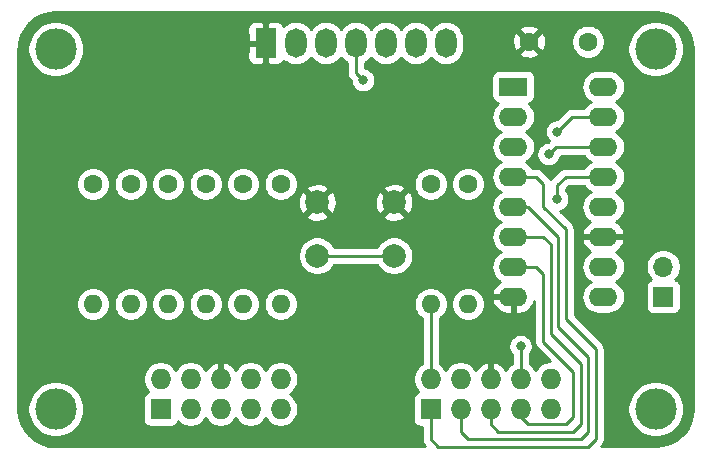
<source format=gbl>
G04 #@! TF.GenerationSoftware,KiCad,Pcbnew,(5.1.8)-1*
G04 #@! TF.CreationDate,2022-02-20T21:38:46+01:00*
G04 #@! TF.ProjectId,NES,4e45532e-6b69-4636-9164-5f7063625858,rev?*
G04 #@! TF.SameCoordinates,Original*
G04 #@! TF.FileFunction,Copper,L2,Bot*
G04 #@! TF.FilePolarity,Positive*
%FSLAX46Y46*%
G04 Gerber Fmt 4.6, Leading zero omitted, Abs format (unit mm)*
G04 Created by KiCad (PCBNEW (5.1.8)-1) date 2022-02-20 21:38:46*
%MOMM*%
%LPD*%
G01*
G04 APERTURE LIST*
G04 #@! TA.AperFunction,ComponentPad*
%ADD10O,1.727200X1.727200*%
G04 #@! TD*
G04 #@! TA.AperFunction,ComponentPad*
%ADD11R,1.727200X1.727200*%
G04 #@! TD*
G04 #@! TA.AperFunction,ComponentPad*
%ADD12C,1.600000*%
G04 #@! TD*
G04 #@! TA.AperFunction,ComponentPad*
%ADD13C,2.000000*%
G04 #@! TD*
G04 #@! TA.AperFunction,ComponentPad*
%ADD14C,3.500000*%
G04 #@! TD*
G04 #@! TA.AperFunction,ComponentPad*
%ADD15R,1.700000X1.700000*%
G04 #@! TD*
G04 #@! TA.AperFunction,ComponentPad*
%ADD16O,1.700000X1.700000*%
G04 #@! TD*
G04 #@! TA.AperFunction,ComponentPad*
%ADD17O,1.600000X1.600000*%
G04 #@! TD*
G04 #@! TA.AperFunction,ComponentPad*
%ADD18R,2.400000X1.600000*%
G04 #@! TD*
G04 #@! TA.AperFunction,ComponentPad*
%ADD19O,2.400000X1.600000*%
G04 #@! TD*
G04 #@! TA.AperFunction,ComponentPad*
%ADD20R,1.800000X2.500000*%
G04 #@! TD*
G04 #@! TA.AperFunction,ComponentPad*
%ADD21O,1.800000X2.500000*%
G04 #@! TD*
G04 #@! TA.AperFunction,ViaPad*
%ADD22C,0.800000*%
G04 #@! TD*
G04 #@! TA.AperFunction,Conductor*
%ADD23C,0.250000*%
G04 #@! TD*
G04 #@! TA.AperFunction,Conductor*
%ADD24C,0.254000*%
G04 #@! TD*
G04 #@! TA.AperFunction,Conductor*
%ADD25C,0.100000*%
G04 #@! TD*
G04 APERTURE END LIST*
D10*
X160655000Y-105410000D03*
X158115000Y-105410000D03*
X155575000Y-105410000D03*
X153035000Y-105410000D03*
X150495000Y-105410000D03*
X160655000Y-107950000D03*
X158115000Y-107950000D03*
X155575000Y-107950000D03*
X153035000Y-107950000D03*
D11*
X150495000Y-107950000D03*
D12*
X163830000Y-76835000D03*
X158830000Y-76835000D03*
D11*
X127635000Y-107950000D03*
D10*
X130175000Y-107950000D03*
X132715000Y-107950000D03*
X135255000Y-107950000D03*
X137795000Y-107950000D03*
X127635000Y-105410000D03*
X130175000Y-105410000D03*
X132715000Y-105410000D03*
X135255000Y-105410000D03*
X137795000Y-105410000D03*
D13*
X140895000Y-94960000D03*
X140895000Y-90460000D03*
X147395000Y-94960000D03*
X147395000Y-90460000D03*
D14*
X118745000Y-107950000D03*
X169545000Y-107950000D03*
X169545000Y-77470000D03*
X118745000Y-77455001D03*
D15*
X170180000Y-98425000D03*
D16*
X170180000Y-95885000D03*
D17*
X134620000Y-99060000D03*
D12*
X134620000Y-88900000D03*
X150495000Y-88900000D03*
D17*
X150495000Y-99060000D03*
X137795000Y-99060000D03*
D12*
X137795000Y-88900000D03*
X153670000Y-88900000D03*
D17*
X153670000Y-99060000D03*
X128270000Y-99060000D03*
D12*
X128270000Y-88900000D03*
X125095000Y-88900000D03*
D17*
X125095000Y-99060000D03*
X131445000Y-99060000D03*
D12*
X131445000Y-88900000D03*
X121920000Y-88900000D03*
D17*
X121920000Y-99060000D03*
D18*
X157480000Y-80645000D03*
D19*
X165100000Y-98425000D03*
X157480000Y-83185000D03*
X165100000Y-95885000D03*
X157480000Y-85725000D03*
X165100000Y-93345000D03*
X157480000Y-88265000D03*
X165100000Y-90805000D03*
X157480000Y-90805000D03*
X165100000Y-88265000D03*
X157480000Y-93345000D03*
X165100000Y-85725000D03*
X157480000Y-95885000D03*
X165100000Y-83185000D03*
X157480000Y-98425000D03*
X165100000Y-80645000D03*
D20*
X136525000Y-76962000D03*
D21*
X139065000Y-76962000D03*
X141605000Y-76962000D03*
X144145000Y-76962000D03*
X146685000Y-76962000D03*
X149225000Y-76962000D03*
X151765000Y-76962000D03*
D22*
X160475000Y-86360000D03*
X161200000Y-90170000D03*
X158115000Y-102616000D03*
X161200000Y-84455000D03*
X144780000Y-80100000D03*
D23*
X165100000Y-85725000D02*
X163105000Y-85725000D01*
X161110000Y-85725000D02*
X160475000Y-86360000D01*
X163105000Y-85725000D02*
X161110000Y-85725000D01*
X140895000Y-94960000D02*
X147395000Y-94960000D01*
X161200000Y-90170000D02*
X161200000Y-88990000D01*
X161925000Y-88265000D02*
X165100000Y-88265000D01*
X161200000Y-88990000D02*
X161925000Y-88265000D01*
X158115000Y-105410000D02*
X158115000Y-102616000D01*
X161200000Y-84455000D02*
X162470000Y-83185000D01*
X162470000Y-83185000D02*
X165100000Y-83185000D01*
X150495000Y-105410000D02*
X150495000Y-99060000D01*
X159385000Y-95885000D02*
X157480000Y-95885000D01*
X160020000Y-96520000D02*
X159385000Y-95885000D01*
X160020000Y-102235000D02*
X160020000Y-96520000D01*
X162560000Y-104775000D02*
X160020000Y-102235000D01*
X162560000Y-108585000D02*
X162560000Y-104775000D01*
X158750000Y-109220000D02*
X161925000Y-109220000D01*
X161925000Y-109220000D02*
X162560000Y-108585000D01*
X158115000Y-108585000D02*
X158750000Y-109220000D01*
X158115000Y-107950000D02*
X158115000Y-108585000D01*
X160020000Y-93345000D02*
X157480000Y-93345000D01*
X160655000Y-101600000D02*
X160655000Y-93980000D01*
X163195000Y-104140000D02*
X160655000Y-101600000D01*
X163195000Y-109220000D02*
X163195000Y-104140000D01*
X162560000Y-109855000D02*
X163195000Y-109220000D01*
X160655000Y-93980000D02*
X160020000Y-93345000D01*
X155575000Y-109220000D02*
X156210000Y-109855000D01*
X156210000Y-109855000D02*
X162560000Y-109855000D01*
X155575000Y-107950000D02*
X155575000Y-109220000D01*
X161290000Y-93345000D02*
X158750000Y-90805000D01*
X161290000Y-100965000D02*
X161290000Y-93345000D01*
X163830000Y-109855000D02*
X163830000Y-103505000D01*
X158750000Y-90805000D02*
X157480000Y-90805000D01*
X163195000Y-110490000D02*
X163830000Y-109855000D01*
X163830000Y-103505000D02*
X161290000Y-100965000D01*
X153670000Y-110490000D02*
X163195000Y-110490000D01*
X153035000Y-109855000D02*
X153670000Y-110490000D01*
X153035000Y-107950000D02*
X153035000Y-109855000D01*
X150495000Y-107950000D02*
X150495000Y-110490000D01*
X150495000Y-110490000D02*
X151130000Y-111125000D01*
X151130000Y-111125000D02*
X163830000Y-111125000D01*
X163830000Y-111125000D02*
X164465000Y-110490000D01*
X164465000Y-110490000D02*
X164465000Y-102870000D01*
X164465000Y-102870000D02*
X161925000Y-100330000D01*
X161925000Y-92710000D02*
X160020000Y-90805000D01*
X161925000Y-100330000D02*
X161925000Y-92710000D01*
X160020000Y-90805000D02*
X160020000Y-88900000D01*
X160020000Y-88900000D02*
X159385000Y-88265000D01*
X159385000Y-88265000D02*
X157480000Y-88265000D01*
X144145000Y-79465000D02*
X144145000Y-76962000D01*
X144780000Y-80100000D02*
X144145000Y-79465000D01*
D24*
X170156222Y-74383096D02*
X170744164Y-74560606D01*
X171286436Y-74848937D01*
X171762364Y-75237094D01*
X172153845Y-75710314D01*
X172445951Y-76250552D01*
X172627563Y-76837244D01*
X172695001Y-77478888D01*
X172695000Y-107917721D01*
X172631904Y-108561221D01*
X172454394Y-109149164D01*
X172166063Y-109691436D01*
X171777906Y-110167364D01*
X171304686Y-110558845D01*
X170764449Y-110850950D01*
X170177756Y-111032563D01*
X169536130Y-111100000D01*
X164929802Y-111100000D01*
X164976004Y-111053798D01*
X165005001Y-111030001D01*
X165099974Y-110914276D01*
X165170546Y-110782247D01*
X165214003Y-110638986D01*
X165225000Y-110527333D01*
X165225000Y-110527332D01*
X165228677Y-110490000D01*
X165225000Y-110452667D01*
X165225000Y-107715098D01*
X167160000Y-107715098D01*
X167160000Y-108184902D01*
X167251654Y-108645679D01*
X167431440Y-109079721D01*
X167692450Y-109470349D01*
X168024651Y-109802550D01*
X168415279Y-110063560D01*
X168849321Y-110243346D01*
X169310098Y-110335000D01*
X169779902Y-110335000D01*
X170240679Y-110243346D01*
X170674721Y-110063560D01*
X171065349Y-109802550D01*
X171397550Y-109470349D01*
X171658560Y-109079721D01*
X171838346Y-108645679D01*
X171930000Y-108184902D01*
X171930000Y-107715098D01*
X171838346Y-107254321D01*
X171658560Y-106820279D01*
X171397550Y-106429651D01*
X171065349Y-106097450D01*
X170674721Y-105836440D01*
X170240679Y-105656654D01*
X169779902Y-105565000D01*
X169310098Y-105565000D01*
X168849321Y-105656654D01*
X168415279Y-105836440D01*
X168024651Y-106097450D01*
X167692450Y-106429651D01*
X167431440Y-106820279D01*
X167251654Y-107254321D01*
X167160000Y-107715098D01*
X165225000Y-107715098D01*
X165225000Y-102907322D01*
X165228676Y-102869999D01*
X165225000Y-102832676D01*
X165225000Y-102832667D01*
X165214003Y-102721014D01*
X165170546Y-102577753D01*
X165099974Y-102445724D01*
X165049307Y-102383986D01*
X165028799Y-102358996D01*
X165028795Y-102358992D01*
X165005001Y-102329999D01*
X164976008Y-102306205D01*
X162685000Y-100015199D01*
X162685000Y-95885000D01*
X163258057Y-95885000D01*
X163285764Y-96166309D01*
X163367818Y-96436808D01*
X163501068Y-96686101D01*
X163680392Y-96904608D01*
X163898899Y-97083932D01*
X164031858Y-97155000D01*
X163898899Y-97226068D01*
X163680392Y-97405392D01*
X163501068Y-97623899D01*
X163367818Y-97873192D01*
X163285764Y-98143691D01*
X163258057Y-98425000D01*
X163285764Y-98706309D01*
X163367818Y-98976808D01*
X163501068Y-99226101D01*
X163680392Y-99444608D01*
X163898899Y-99623932D01*
X164148192Y-99757182D01*
X164418691Y-99839236D01*
X164629508Y-99860000D01*
X165570492Y-99860000D01*
X165781309Y-99839236D01*
X166051808Y-99757182D01*
X166301101Y-99623932D01*
X166519608Y-99444608D01*
X166698932Y-99226101D01*
X166832182Y-98976808D01*
X166914236Y-98706309D01*
X166941943Y-98425000D01*
X166914236Y-98143691D01*
X166832182Y-97873192D01*
X166698932Y-97623899D01*
X166658802Y-97575000D01*
X168691928Y-97575000D01*
X168691928Y-99275000D01*
X168704188Y-99399482D01*
X168740498Y-99519180D01*
X168799463Y-99629494D01*
X168878815Y-99726185D01*
X168975506Y-99805537D01*
X169085820Y-99864502D01*
X169205518Y-99900812D01*
X169330000Y-99913072D01*
X171030000Y-99913072D01*
X171154482Y-99900812D01*
X171274180Y-99864502D01*
X171384494Y-99805537D01*
X171481185Y-99726185D01*
X171560537Y-99629494D01*
X171619502Y-99519180D01*
X171655812Y-99399482D01*
X171668072Y-99275000D01*
X171668072Y-97575000D01*
X171655812Y-97450518D01*
X171619502Y-97330820D01*
X171560537Y-97220506D01*
X171481185Y-97123815D01*
X171384494Y-97044463D01*
X171274180Y-96985498D01*
X171201620Y-96963487D01*
X171333475Y-96831632D01*
X171495990Y-96588411D01*
X171607932Y-96318158D01*
X171665000Y-96031260D01*
X171665000Y-95738740D01*
X171607932Y-95451842D01*
X171495990Y-95181589D01*
X171333475Y-94938368D01*
X171126632Y-94731525D01*
X170883411Y-94569010D01*
X170613158Y-94457068D01*
X170326260Y-94400000D01*
X170033740Y-94400000D01*
X169746842Y-94457068D01*
X169476589Y-94569010D01*
X169233368Y-94731525D01*
X169026525Y-94938368D01*
X168864010Y-95181589D01*
X168752068Y-95451842D01*
X168695000Y-95738740D01*
X168695000Y-96031260D01*
X168752068Y-96318158D01*
X168864010Y-96588411D01*
X169026525Y-96831632D01*
X169158380Y-96963487D01*
X169085820Y-96985498D01*
X168975506Y-97044463D01*
X168878815Y-97123815D01*
X168799463Y-97220506D01*
X168740498Y-97330820D01*
X168704188Y-97450518D01*
X168691928Y-97575000D01*
X166658802Y-97575000D01*
X166519608Y-97405392D01*
X166301101Y-97226068D01*
X166168142Y-97155000D01*
X166301101Y-97083932D01*
X166519608Y-96904608D01*
X166698932Y-96686101D01*
X166832182Y-96436808D01*
X166914236Y-96166309D01*
X166941943Y-95885000D01*
X166914236Y-95603691D01*
X166832182Y-95333192D01*
X166698932Y-95083899D01*
X166519608Y-94865392D01*
X166301101Y-94686068D01*
X166173259Y-94617735D01*
X166402839Y-94467601D01*
X166604500Y-94269895D01*
X166763715Y-94036646D01*
X166874367Y-93776818D01*
X166891904Y-93694039D01*
X166769915Y-93472000D01*
X165227000Y-93472000D01*
X165227000Y-93492000D01*
X164973000Y-93492000D01*
X164973000Y-93472000D01*
X163430085Y-93472000D01*
X163308096Y-93694039D01*
X163325633Y-93776818D01*
X163436285Y-94036646D01*
X163595500Y-94269895D01*
X163797161Y-94467601D01*
X164026741Y-94617735D01*
X163898899Y-94686068D01*
X163680392Y-94865392D01*
X163501068Y-95083899D01*
X163367818Y-95333192D01*
X163285764Y-95603691D01*
X163258057Y-95885000D01*
X162685000Y-95885000D01*
X162685000Y-92747323D01*
X162688676Y-92710000D01*
X162685000Y-92672677D01*
X162685000Y-92672667D01*
X162674003Y-92561014D01*
X162630546Y-92417753D01*
X162559974Y-92285724D01*
X162465001Y-92169999D01*
X162436003Y-92146201D01*
X161462804Y-91173002D01*
X161501898Y-91165226D01*
X161690256Y-91087205D01*
X161859774Y-90973937D01*
X162003937Y-90829774D01*
X162117205Y-90660256D01*
X162195226Y-90471898D01*
X162235000Y-90271939D01*
X162235000Y-90068061D01*
X162195226Y-89868102D01*
X162117205Y-89679744D01*
X162003937Y-89510226D01*
X161960000Y-89466289D01*
X161960000Y-89304801D01*
X162239802Y-89025000D01*
X163479099Y-89025000D01*
X163501068Y-89066101D01*
X163680392Y-89284608D01*
X163898899Y-89463932D01*
X164031858Y-89535000D01*
X163898899Y-89606068D01*
X163680392Y-89785392D01*
X163501068Y-90003899D01*
X163367818Y-90253192D01*
X163285764Y-90523691D01*
X163258057Y-90805000D01*
X163285764Y-91086309D01*
X163367818Y-91356808D01*
X163501068Y-91606101D01*
X163680392Y-91824608D01*
X163898899Y-92003932D01*
X164026741Y-92072265D01*
X163797161Y-92222399D01*
X163595500Y-92420105D01*
X163436285Y-92653354D01*
X163325633Y-92913182D01*
X163308096Y-92995961D01*
X163430085Y-93218000D01*
X164973000Y-93218000D01*
X164973000Y-93198000D01*
X165227000Y-93198000D01*
X165227000Y-93218000D01*
X166769915Y-93218000D01*
X166891904Y-92995961D01*
X166874367Y-92913182D01*
X166763715Y-92653354D01*
X166604500Y-92420105D01*
X166402839Y-92222399D01*
X166173259Y-92072265D01*
X166301101Y-92003932D01*
X166519608Y-91824608D01*
X166698932Y-91606101D01*
X166832182Y-91356808D01*
X166914236Y-91086309D01*
X166941943Y-90805000D01*
X166914236Y-90523691D01*
X166832182Y-90253192D01*
X166698932Y-90003899D01*
X166519608Y-89785392D01*
X166301101Y-89606068D01*
X166168142Y-89535000D01*
X166301101Y-89463932D01*
X166519608Y-89284608D01*
X166698932Y-89066101D01*
X166832182Y-88816808D01*
X166914236Y-88546309D01*
X166941943Y-88265000D01*
X166914236Y-87983691D01*
X166832182Y-87713192D01*
X166698932Y-87463899D01*
X166519608Y-87245392D01*
X166301101Y-87066068D01*
X166168142Y-86995000D01*
X166301101Y-86923932D01*
X166519608Y-86744608D01*
X166698932Y-86526101D01*
X166832182Y-86276808D01*
X166914236Y-86006309D01*
X166941943Y-85725000D01*
X166914236Y-85443691D01*
X166832182Y-85173192D01*
X166698932Y-84923899D01*
X166519608Y-84705392D01*
X166301101Y-84526068D01*
X166168142Y-84455000D01*
X166301101Y-84383932D01*
X166519608Y-84204608D01*
X166698932Y-83986101D01*
X166832182Y-83736808D01*
X166914236Y-83466309D01*
X166941943Y-83185000D01*
X166914236Y-82903691D01*
X166832182Y-82633192D01*
X166698932Y-82383899D01*
X166519608Y-82165392D01*
X166301101Y-81986068D01*
X166168142Y-81915000D01*
X166301101Y-81843932D01*
X166519608Y-81664608D01*
X166698932Y-81446101D01*
X166832182Y-81196808D01*
X166914236Y-80926309D01*
X166941943Y-80645000D01*
X166914236Y-80363691D01*
X166832182Y-80093192D01*
X166698932Y-79843899D01*
X166519608Y-79625392D01*
X166301101Y-79446068D01*
X166051808Y-79312818D01*
X165781309Y-79230764D01*
X165570492Y-79210000D01*
X164629508Y-79210000D01*
X164418691Y-79230764D01*
X164148192Y-79312818D01*
X163898899Y-79446068D01*
X163680392Y-79625392D01*
X163501068Y-79843899D01*
X163367818Y-80093192D01*
X163285764Y-80363691D01*
X163258057Y-80645000D01*
X163285764Y-80926309D01*
X163367818Y-81196808D01*
X163501068Y-81446101D01*
X163680392Y-81664608D01*
X163898899Y-81843932D01*
X164031858Y-81915000D01*
X163898899Y-81986068D01*
X163680392Y-82165392D01*
X163501068Y-82383899D01*
X163479099Y-82425000D01*
X162507322Y-82425000D01*
X162469999Y-82421324D01*
X162432676Y-82425000D01*
X162432667Y-82425000D01*
X162321014Y-82435997D01*
X162177753Y-82479454D01*
X162045724Y-82550026D01*
X161929999Y-82644999D01*
X161906201Y-82673997D01*
X161160199Y-83420000D01*
X161098061Y-83420000D01*
X160898102Y-83459774D01*
X160709744Y-83537795D01*
X160540226Y-83651063D01*
X160396063Y-83795226D01*
X160282795Y-83964744D01*
X160204774Y-84153102D01*
X160165000Y-84353061D01*
X160165000Y-84556939D01*
X160204774Y-84756898D01*
X160282795Y-84945256D01*
X160396063Y-85114774D01*
X160520744Y-85239455D01*
X160435198Y-85325000D01*
X160373061Y-85325000D01*
X160173102Y-85364774D01*
X159984744Y-85442795D01*
X159815226Y-85556063D01*
X159671063Y-85700226D01*
X159557795Y-85869744D01*
X159479774Y-86058102D01*
X159440000Y-86258061D01*
X159440000Y-86461939D01*
X159479774Y-86661898D01*
X159557795Y-86850256D01*
X159671063Y-87019774D01*
X159815226Y-87163937D01*
X159984744Y-87277205D01*
X160173102Y-87355226D01*
X160373061Y-87395000D01*
X160576939Y-87395000D01*
X160776898Y-87355226D01*
X160965256Y-87277205D01*
X161134774Y-87163937D01*
X161278937Y-87019774D01*
X161392205Y-86850256D01*
X161470226Y-86661898D01*
X161505413Y-86485000D01*
X163479099Y-86485000D01*
X163501068Y-86526101D01*
X163680392Y-86744608D01*
X163898899Y-86923932D01*
X164031858Y-86995000D01*
X163898899Y-87066068D01*
X163680392Y-87245392D01*
X163501068Y-87463899D01*
X163479099Y-87505000D01*
X161962323Y-87505000D01*
X161925000Y-87501324D01*
X161887677Y-87505000D01*
X161887667Y-87505000D01*
X161776014Y-87515997D01*
X161632753Y-87559454D01*
X161500724Y-87630026D01*
X161384999Y-87724999D01*
X161361201Y-87753998D01*
X160688998Y-88426201D01*
X160660000Y-88449999D01*
X160646931Y-88465924D01*
X160583799Y-88388997D01*
X160560001Y-88359999D01*
X160531002Y-88336200D01*
X159948803Y-87754002D01*
X159925001Y-87724999D01*
X159809276Y-87630026D01*
X159677247Y-87559454D01*
X159533986Y-87515997D01*
X159422333Y-87505000D01*
X159422322Y-87505000D01*
X159385000Y-87501324D01*
X159347678Y-87505000D01*
X159100901Y-87505000D01*
X159078932Y-87463899D01*
X158899608Y-87245392D01*
X158681101Y-87066068D01*
X158548142Y-86995000D01*
X158681101Y-86923932D01*
X158899608Y-86744608D01*
X159078932Y-86526101D01*
X159212182Y-86276808D01*
X159294236Y-86006309D01*
X159321943Y-85725000D01*
X159294236Y-85443691D01*
X159212182Y-85173192D01*
X159078932Y-84923899D01*
X158899608Y-84705392D01*
X158681101Y-84526068D01*
X158548142Y-84455000D01*
X158681101Y-84383932D01*
X158899608Y-84204608D01*
X159078932Y-83986101D01*
X159212182Y-83736808D01*
X159294236Y-83466309D01*
X159321943Y-83185000D01*
X159294236Y-82903691D01*
X159212182Y-82633192D01*
X159078932Y-82383899D01*
X158899608Y-82165392D01*
X158786518Y-82072581D01*
X158804482Y-82070812D01*
X158924180Y-82034502D01*
X159034494Y-81975537D01*
X159131185Y-81896185D01*
X159210537Y-81799494D01*
X159269502Y-81689180D01*
X159305812Y-81569482D01*
X159318072Y-81445000D01*
X159318072Y-79845000D01*
X159305812Y-79720518D01*
X159269502Y-79600820D01*
X159210537Y-79490506D01*
X159131185Y-79393815D01*
X159034494Y-79314463D01*
X158924180Y-79255498D01*
X158804482Y-79219188D01*
X158680000Y-79206928D01*
X156280000Y-79206928D01*
X156155518Y-79219188D01*
X156035820Y-79255498D01*
X155925506Y-79314463D01*
X155828815Y-79393815D01*
X155749463Y-79490506D01*
X155690498Y-79600820D01*
X155654188Y-79720518D01*
X155641928Y-79845000D01*
X155641928Y-81445000D01*
X155654188Y-81569482D01*
X155690498Y-81689180D01*
X155749463Y-81799494D01*
X155828815Y-81896185D01*
X155925506Y-81975537D01*
X156035820Y-82034502D01*
X156155518Y-82070812D01*
X156173482Y-82072581D01*
X156060392Y-82165392D01*
X155881068Y-82383899D01*
X155747818Y-82633192D01*
X155665764Y-82903691D01*
X155638057Y-83185000D01*
X155665764Y-83466309D01*
X155747818Y-83736808D01*
X155881068Y-83986101D01*
X156060392Y-84204608D01*
X156278899Y-84383932D01*
X156411858Y-84455000D01*
X156278899Y-84526068D01*
X156060392Y-84705392D01*
X155881068Y-84923899D01*
X155747818Y-85173192D01*
X155665764Y-85443691D01*
X155638057Y-85725000D01*
X155665764Y-86006309D01*
X155747818Y-86276808D01*
X155881068Y-86526101D01*
X156060392Y-86744608D01*
X156278899Y-86923932D01*
X156411858Y-86995000D01*
X156278899Y-87066068D01*
X156060392Y-87245392D01*
X155881068Y-87463899D01*
X155747818Y-87713192D01*
X155665764Y-87983691D01*
X155638057Y-88265000D01*
X155665764Y-88546309D01*
X155747818Y-88816808D01*
X155881068Y-89066101D01*
X156060392Y-89284608D01*
X156278899Y-89463932D01*
X156411858Y-89535000D01*
X156278899Y-89606068D01*
X156060392Y-89785392D01*
X155881068Y-90003899D01*
X155747818Y-90253192D01*
X155665764Y-90523691D01*
X155638057Y-90805000D01*
X155665764Y-91086309D01*
X155747818Y-91356808D01*
X155881068Y-91606101D01*
X156060392Y-91824608D01*
X156278899Y-92003932D01*
X156411858Y-92075000D01*
X156278899Y-92146068D01*
X156060392Y-92325392D01*
X155881068Y-92543899D01*
X155747818Y-92793192D01*
X155665764Y-93063691D01*
X155638057Y-93345000D01*
X155665764Y-93626309D01*
X155747818Y-93896808D01*
X155881068Y-94146101D01*
X156060392Y-94364608D01*
X156278899Y-94543932D01*
X156411858Y-94615000D01*
X156278899Y-94686068D01*
X156060392Y-94865392D01*
X155881068Y-95083899D01*
X155747818Y-95333192D01*
X155665764Y-95603691D01*
X155638057Y-95885000D01*
X155665764Y-96166309D01*
X155747818Y-96436808D01*
X155881068Y-96686101D01*
X156060392Y-96904608D01*
X156278899Y-97083932D01*
X156406741Y-97152265D01*
X156177161Y-97302399D01*
X155975500Y-97500105D01*
X155816285Y-97733354D01*
X155705633Y-97993182D01*
X155688096Y-98075961D01*
X155810085Y-98298000D01*
X157353000Y-98298000D01*
X157353000Y-98278000D01*
X157607000Y-98278000D01*
X157607000Y-98298000D01*
X157627000Y-98298000D01*
X157627000Y-98552000D01*
X157607000Y-98552000D01*
X157607000Y-99860000D01*
X158007000Y-99860000D01*
X158284514Y-99807650D01*
X158546483Y-99702166D01*
X158782839Y-99547601D01*
X158984500Y-99349895D01*
X159143715Y-99116646D01*
X159254367Y-98856818D01*
X159260001Y-98830226D01*
X159260000Y-102197677D01*
X159256324Y-102235000D01*
X159260000Y-102272322D01*
X159260000Y-102272332D01*
X159270997Y-102383985D01*
X159314454Y-102527246D01*
X159385026Y-102659276D01*
X159424871Y-102707826D01*
X159479999Y-102775001D01*
X159509003Y-102798804D01*
X160621598Y-103911400D01*
X160507401Y-103911400D01*
X160217875Y-103968990D01*
X159945147Y-104081958D01*
X159699698Y-104245961D01*
X159490961Y-104454698D01*
X159385000Y-104613281D01*
X159279039Y-104454698D01*
X159070302Y-104245961D01*
X158875000Y-104115465D01*
X158875000Y-103319711D01*
X158918937Y-103275774D01*
X159032205Y-103106256D01*
X159110226Y-102917898D01*
X159150000Y-102717939D01*
X159150000Y-102514061D01*
X159110226Y-102314102D01*
X159032205Y-102125744D01*
X158918937Y-101956226D01*
X158774774Y-101812063D01*
X158605256Y-101698795D01*
X158416898Y-101620774D01*
X158216939Y-101581000D01*
X158013061Y-101581000D01*
X157813102Y-101620774D01*
X157624744Y-101698795D01*
X157455226Y-101812063D01*
X157311063Y-101956226D01*
X157197795Y-102125744D01*
X157119774Y-102314102D01*
X157080000Y-102514061D01*
X157080000Y-102717939D01*
X157119774Y-102917898D01*
X157197795Y-103106256D01*
X157311063Y-103275774D01*
X157355001Y-103319712D01*
X157355000Y-104115465D01*
X157159698Y-104245961D01*
X156950961Y-104454698D01*
X156840441Y-104620103D01*
X156781817Y-104521512D01*
X156585293Y-104303146D01*
X156349944Y-104127316D01*
X156084814Y-104000778D01*
X155934026Y-103955042D01*
X155702000Y-104076183D01*
X155702000Y-105283000D01*
X155722000Y-105283000D01*
X155722000Y-105537000D01*
X155702000Y-105537000D01*
X155702000Y-105557000D01*
X155448000Y-105557000D01*
X155448000Y-105537000D01*
X155428000Y-105537000D01*
X155428000Y-105283000D01*
X155448000Y-105283000D01*
X155448000Y-104076183D01*
X155215974Y-103955042D01*
X155065186Y-104000778D01*
X154800056Y-104127316D01*
X154564707Y-104303146D01*
X154368183Y-104521512D01*
X154309559Y-104620103D01*
X154199039Y-104454698D01*
X153990302Y-104245961D01*
X153744853Y-104081958D01*
X153472125Y-103968990D01*
X153182599Y-103911400D01*
X152887401Y-103911400D01*
X152597875Y-103968990D01*
X152325147Y-104081958D01*
X152079698Y-104245961D01*
X151870961Y-104454698D01*
X151765000Y-104613281D01*
X151659039Y-104454698D01*
X151450302Y-104245961D01*
X151255000Y-104115465D01*
X151255000Y-100278043D01*
X151409759Y-100174637D01*
X151609637Y-99974759D01*
X151766680Y-99739727D01*
X151874853Y-99478574D01*
X151930000Y-99201335D01*
X151930000Y-98918665D01*
X152235000Y-98918665D01*
X152235000Y-99201335D01*
X152290147Y-99478574D01*
X152398320Y-99739727D01*
X152555363Y-99974759D01*
X152755241Y-100174637D01*
X152990273Y-100331680D01*
X153251426Y-100439853D01*
X153528665Y-100495000D01*
X153811335Y-100495000D01*
X154088574Y-100439853D01*
X154349727Y-100331680D01*
X154584759Y-100174637D01*
X154784637Y-99974759D01*
X154941680Y-99739727D01*
X155049853Y-99478574D01*
X155105000Y-99201335D01*
X155105000Y-98918665D01*
X155076232Y-98774039D01*
X155688096Y-98774039D01*
X155705633Y-98856818D01*
X155816285Y-99116646D01*
X155975500Y-99349895D01*
X156177161Y-99547601D01*
X156413517Y-99702166D01*
X156675486Y-99807650D01*
X156953000Y-99860000D01*
X157353000Y-99860000D01*
X157353000Y-98552000D01*
X155810085Y-98552000D01*
X155688096Y-98774039D01*
X155076232Y-98774039D01*
X155049853Y-98641426D01*
X154941680Y-98380273D01*
X154784637Y-98145241D01*
X154584759Y-97945363D01*
X154349727Y-97788320D01*
X154088574Y-97680147D01*
X153811335Y-97625000D01*
X153528665Y-97625000D01*
X153251426Y-97680147D01*
X152990273Y-97788320D01*
X152755241Y-97945363D01*
X152555363Y-98145241D01*
X152398320Y-98380273D01*
X152290147Y-98641426D01*
X152235000Y-98918665D01*
X151930000Y-98918665D01*
X151874853Y-98641426D01*
X151766680Y-98380273D01*
X151609637Y-98145241D01*
X151409759Y-97945363D01*
X151174727Y-97788320D01*
X150913574Y-97680147D01*
X150636335Y-97625000D01*
X150353665Y-97625000D01*
X150076426Y-97680147D01*
X149815273Y-97788320D01*
X149580241Y-97945363D01*
X149380363Y-98145241D01*
X149223320Y-98380273D01*
X149115147Y-98641426D01*
X149060000Y-98918665D01*
X149060000Y-99201335D01*
X149115147Y-99478574D01*
X149223320Y-99739727D01*
X149380363Y-99974759D01*
X149580241Y-100174637D01*
X149735001Y-100278044D01*
X149735000Y-104115465D01*
X149539698Y-104245961D01*
X149330961Y-104454698D01*
X149166958Y-104700147D01*
X149053990Y-104972875D01*
X148996400Y-105262401D01*
X148996400Y-105557599D01*
X149053990Y-105847125D01*
X149166958Y-106119853D01*
X149330961Y-106365302D01*
X149445023Y-106479364D01*
X149387220Y-106496898D01*
X149276906Y-106555863D01*
X149180215Y-106635215D01*
X149100863Y-106731906D01*
X149041898Y-106842220D01*
X149005588Y-106961918D01*
X148993328Y-107086400D01*
X148993328Y-108813600D01*
X149005588Y-108938082D01*
X149041898Y-109057780D01*
X149100863Y-109168094D01*
X149180215Y-109264785D01*
X149276906Y-109344137D01*
X149387220Y-109403102D01*
X149506918Y-109439412D01*
X149631400Y-109451672D01*
X149735001Y-109451672D01*
X149735001Y-110452668D01*
X149731324Y-110490000D01*
X149735001Y-110527332D01*
X149735001Y-110527333D01*
X149745998Y-110638986D01*
X149753364Y-110663270D01*
X149789454Y-110782246D01*
X149860026Y-110914276D01*
X149931201Y-111001002D01*
X149955000Y-111030001D01*
X149983998Y-111053799D01*
X150030199Y-111100000D01*
X118777279Y-111100000D01*
X118133779Y-111036904D01*
X117545836Y-110859394D01*
X117003564Y-110571063D01*
X116527636Y-110182906D01*
X116136155Y-109709686D01*
X115844050Y-109169449D01*
X115662437Y-108582756D01*
X115595000Y-107941130D01*
X115595000Y-107715098D01*
X116360000Y-107715098D01*
X116360000Y-108184902D01*
X116451654Y-108645679D01*
X116631440Y-109079721D01*
X116892450Y-109470349D01*
X117224651Y-109802550D01*
X117615279Y-110063560D01*
X118049321Y-110243346D01*
X118510098Y-110335000D01*
X118979902Y-110335000D01*
X119440679Y-110243346D01*
X119874721Y-110063560D01*
X120265349Y-109802550D01*
X120597550Y-109470349D01*
X120858560Y-109079721D01*
X121038346Y-108645679D01*
X121130000Y-108184902D01*
X121130000Y-107715098D01*
X121038346Y-107254321D01*
X120968791Y-107086400D01*
X126133328Y-107086400D01*
X126133328Y-108813600D01*
X126145588Y-108938082D01*
X126181898Y-109057780D01*
X126240863Y-109168094D01*
X126320215Y-109264785D01*
X126416906Y-109344137D01*
X126527220Y-109403102D01*
X126646918Y-109439412D01*
X126771400Y-109451672D01*
X128498600Y-109451672D01*
X128623082Y-109439412D01*
X128742780Y-109403102D01*
X128853094Y-109344137D01*
X128949785Y-109264785D01*
X129029137Y-109168094D01*
X129088102Y-109057780D01*
X129105636Y-108999977D01*
X129219698Y-109114039D01*
X129465147Y-109278042D01*
X129737875Y-109391010D01*
X130027401Y-109448600D01*
X130322599Y-109448600D01*
X130612125Y-109391010D01*
X130884853Y-109278042D01*
X131130302Y-109114039D01*
X131339039Y-108905302D01*
X131445000Y-108746719D01*
X131550961Y-108905302D01*
X131759698Y-109114039D01*
X132005147Y-109278042D01*
X132277875Y-109391010D01*
X132567401Y-109448600D01*
X132862599Y-109448600D01*
X133152125Y-109391010D01*
X133424853Y-109278042D01*
X133670302Y-109114039D01*
X133879039Y-108905302D01*
X133985000Y-108746719D01*
X134090961Y-108905302D01*
X134299698Y-109114039D01*
X134545147Y-109278042D01*
X134817875Y-109391010D01*
X135107401Y-109448600D01*
X135402599Y-109448600D01*
X135692125Y-109391010D01*
X135964853Y-109278042D01*
X136210302Y-109114039D01*
X136419039Y-108905302D01*
X136525000Y-108746719D01*
X136630961Y-108905302D01*
X136839698Y-109114039D01*
X137085147Y-109278042D01*
X137357875Y-109391010D01*
X137647401Y-109448600D01*
X137942599Y-109448600D01*
X138232125Y-109391010D01*
X138504853Y-109278042D01*
X138750302Y-109114039D01*
X138959039Y-108905302D01*
X139123042Y-108659853D01*
X139236010Y-108387125D01*
X139293600Y-108097599D01*
X139293600Y-107802401D01*
X139236010Y-107512875D01*
X139123042Y-107240147D01*
X138959039Y-106994698D01*
X138750302Y-106785961D01*
X138591719Y-106680000D01*
X138750302Y-106574039D01*
X138959039Y-106365302D01*
X139123042Y-106119853D01*
X139236010Y-105847125D01*
X139293600Y-105557599D01*
X139293600Y-105262401D01*
X139236010Y-104972875D01*
X139123042Y-104700147D01*
X138959039Y-104454698D01*
X138750302Y-104245961D01*
X138504853Y-104081958D01*
X138232125Y-103968990D01*
X137942599Y-103911400D01*
X137647401Y-103911400D01*
X137357875Y-103968990D01*
X137085147Y-104081958D01*
X136839698Y-104245961D01*
X136630961Y-104454698D01*
X136525000Y-104613281D01*
X136419039Y-104454698D01*
X136210302Y-104245961D01*
X135964853Y-104081958D01*
X135692125Y-103968990D01*
X135402599Y-103911400D01*
X135107401Y-103911400D01*
X134817875Y-103968990D01*
X134545147Y-104081958D01*
X134299698Y-104245961D01*
X134090961Y-104454698D01*
X133980441Y-104620103D01*
X133921817Y-104521512D01*
X133725293Y-104303146D01*
X133489944Y-104127316D01*
X133224814Y-104000778D01*
X133074026Y-103955042D01*
X132842000Y-104076183D01*
X132842000Y-105283000D01*
X132862000Y-105283000D01*
X132862000Y-105537000D01*
X132842000Y-105537000D01*
X132842000Y-105557000D01*
X132588000Y-105557000D01*
X132588000Y-105537000D01*
X132568000Y-105537000D01*
X132568000Y-105283000D01*
X132588000Y-105283000D01*
X132588000Y-104076183D01*
X132355974Y-103955042D01*
X132205186Y-104000778D01*
X131940056Y-104127316D01*
X131704707Y-104303146D01*
X131508183Y-104521512D01*
X131449559Y-104620103D01*
X131339039Y-104454698D01*
X131130302Y-104245961D01*
X130884853Y-104081958D01*
X130612125Y-103968990D01*
X130322599Y-103911400D01*
X130027401Y-103911400D01*
X129737875Y-103968990D01*
X129465147Y-104081958D01*
X129219698Y-104245961D01*
X129010961Y-104454698D01*
X128905000Y-104613281D01*
X128799039Y-104454698D01*
X128590302Y-104245961D01*
X128344853Y-104081958D01*
X128072125Y-103968990D01*
X127782599Y-103911400D01*
X127487401Y-103911400D01*
X127197875Y-103968990D01*
X126925147Y-104081958D01*
X126679698Y-104245961D01*
X126470961Y-104454698D01*
X126306958Y-104700147D01*
X126193990Y-104972875D01*
X126136400Y-105262401D01*
X126136400Y-105557599D01*
X126193990Y-105847125D01*
X126306958Y-106119853D01*
X126470961Y-106365302D01*
X126585023Y-106479364D01*
X126527220Y-106496898D01*
X126416906Y-106555863D01*
X126320215Y-106635215D01*
X126240863Y-106731906D01*
X126181898Y-106842220D01*
X126145588Y-106961918D01*
X126133328Y-107086400D01*
X120968791Y-107086400D01*
X120858560Y-106820279D01*
X120597550Y-106429651D01*
X120265349Y-106097450D01*
X119874721Y-105836440D01*
X119440679Y-105656654D01*
X118979902Y-105565000D01*
X118510098Y-105565000D01*
X118049321Y-105656654D01*
X117615279Y-105836440D01*
X117224651Y-106097450D01*
X116892450Y-106429651D01*
X116631440Y-106820279D01*
X116451654Y-107254321D01*
X116360000Y-107715098D01*
X115595000Y-107715098D01*
X115595000Y-98918665D01*
X120485000Y-98918665D01*
X120485000Y-99201335D01*
X120540147Y-99478574D01*
X120648320Y-99739727D01*
X120805363Y-99974759D01*
X121005241Y-100174637D01*
X121240273Y-100331680D01*
X121501426Y-100439853D01*
X121778665Y-100495000D01*
X122061335Y-100495000D01*
X122338574Y-100439853D01*
X122599727Y-100331680D01*
X122834759Y-100174637D01*
X123034637Y-99974759D01*
X123191680Y-99739727D01*
X123299853Y-99478574D01*
X123355000Y-99201335D01*
X123355000Y-98918665D01*
X123660000Y-98918665D01*
X123660000Y-99201335D01*
X123715147Y-99478574D01*
X123823320Y-99739727D01*
X123980363Y-99974759D01*
X124180241Y-100174637D01*
X124415273Y-100331680D01*
X124676426Y-100439853D01*
X124953665Y-100495000D01*
X125236335Y-100495000D01*
X125513574Y-100439853D01*
X125774727Y-100331680D01*
X126009759Y-100174637D01*
X126209637Y-99974759D01*
X126366680Y-99739727D01*
X126474853Y-99478574D01*
X126530000Y-99201335D01*
X126530000Y-98918665D01*
X126835000Y-98918665D01*
X126835000Y-99201335D01*
X126890147Y-99478574D01*
X126998320Y-99739727D01*
X127155363Y-99974759D01*
X127355241Y-100174637D01*
X127590273Y-100331680D01*
X127851426Y-100439853D01*
X128128665Y-100495000D01*
X128411335Y-100495000D01*
X128688574Y-100439853D01*
X128949727Y-100331680D01*
X129184759Y-100174637D01*
X129384637Y-99974759D01*
X129541680Y-99739727D01*
X129649853Y-99478574D01*
X129705000Y-99201335D01*
X129705000Y-98918665D01*
X130010000Y-98918665D01*
X130010000Y-99201335D01*
X130065147Y-99478574D01*
X130173320Y-99739727D01*
X130330363Y-99974759D01*
X130530241Y-100174637D01*
X130765273Y-100331680D01*
X131026426Y-100439853D01*
X131303665Y-100495000D01*
X131586335Y-100495000D01*
X131863574Y-100439853D01*
X132124727Y-100331680D01*
X132359759Y-100174637D01*
X132559637Y-99974759D01*
X132716680Y-99739727D01*
X132824853Y-99478574D01*
X132880000Y-99201335D01*
X132880000Y-98918665D01*
X133185000Y-98918665D01*
X133185000Y-99201335D01*
X133240147Y-99478574D01*
X133348320Y-99739727D01*
X133505363Y-99974759D01*
X133705241Y-100174637D01*
X133940273Y-100331680D01*
X134201426Y-100439853D01*
X134478665Y-100495000D01*
X134761335Y-100495000D01*
X135038574Y-100439853D01*
X135299727Y-100331680D01*
X135534759Y-100174637D01*
X135734637Y-99974759D01*
X135891680Y-99739727D01*
X135999853Y-99478574D01*
X136055000Y-99201335D01*
X136055000Y-98918665D01*
X136360000Y-98918665D01*
X136360000Y-99201335D01*
X136415147Y-99478574D01*
X136523320Y-99739727D01*
X136680363Y-99974759D01*
X136880241Y-100174637D01*
X137115273Y-100331680D01*
X137376426Y-100439853D01*
X137653665Y-100495000D01*
X137936335Y-100495000D01*
X138213574Y-100439853D01*
X138474727Y-100331680D01*
X138709759Y-100174637D01*
X138909637Y-99974759D01*
X139066680Y-99739727D01*
X139174853Y-99478574D01*
X139230000Y-99201335D01*
X139230000Y-98918665D01*
X139174853Y-98641426D01*
X139066680Y-98380273D01*
X138909637Y-98145241D01*
X138709759Y-97945363D01*
X138474727Y-97788320D01*
X138213574Y-97680147D01*
X137936335Y-97625000D01*
X137653665Y-97625000D01*
X137376426Y-97680147D01*
X137115273Y-97788320D01*
X136880241Y-97945363D01*
X136680363Y-98145241D01*
X136523320Y-98380273D01*
X136415147Y-98641426D01*
X136360000Y-98918665D01*
X136055000Y-98918665D01*
X135999853Y-98641426D01*
X135891680Y-98380273D01*
X135734637Y-98145241D01*
X135534759Y-97945363D01*
X135299727Y-97788320D01*
X135038574Y-97680147D01*
X134761335Y-97625000D01*
X134478665Y-97625000D01*
X134201426Y-97680147D01*
X133940273Y-97788320D01*
X133705241Y-97945363D01*
X133505363Y-98145241D01*
X133348320Y-98380273D01*
X133240147Y-98641426D01*
X133185000Y-98918665D01*
X132880000Y-98918665D01*
X132824853Y-98641426D01*
X132716680Y-98380273D01*
X132559637Y-98145241D01*
X132359759Y-97945363D01*
X132124727Y-97788320D01*
X131863574Y-97680147D01*
X131586335Y-97625000D01*
X131303665Y-97625000D01*
X131026426Y-97680147D01*
X130765273Y-97788320D01*
X130530241Y-97945363D01*
X130330363Y-98145241D01*
X130173320Y-98380273D01*
X130065147Y-98641426D01*
X130010000Y-98918665D01*
X129705000Y-98918665D01*
X129649853Y-98641426D01*
X129541680Y-98380273D01*
X129384637Y-98145241D01*
X129184759Y-97945363D01*
X128949727Y-97788320D01*
X128688574Y-97680147D01*
X128411335Y-97625000D01*
X128128665Y-97625000D01*
X127851426Y-97680147D01*
X127590273Y-97788320D01*
X127355241Y-97945363D01*
X127155363Y-98145241D01*
X126998320Y-98380273D01*
X126890147Y-98641426D01*
X126835000Y-98918665D01*
X126530000Y-98918665D01*
X126474853Y-98641426D01*
X126366680Y-98380273D01*
X126209637Y-98145241D01*
X126009759Y-97945363D01*
X125774727Y-97788320D01*
X125513574Y-97680147D01*
X125236335Y-97625000D01*
X124953665Y-97625000D01*
X124676426Y-97680147D01*
X124415273Y-97788320D01*
X124180241Y-97945363D01*
X123980363Y-98145241D01*
X123823320Y-98380273D01*
X123715147Y-98641426D01*
X123660000Y-98918665D01*
X123355000Y-98918665D01*
X123299853Y-98641426D01*
X123191680Y-98380273D01*
X123034637Y-98145241D01*
X122834759Y-97945363D01*
X122599727Y-97788320D01*
X122338574Y-97680147D01*
X122061335Y-97625000D01*
X121778665Y-97625000D01*
X121501426Y-97680147D01*
X121240273Y-97788320D01*
X121005241Y-97945363D01*
X120805363Y-98145241D01*
X120648320Y-98380273D01*
X120540147Y-98641426D01*
X120485000Y-98918665D01*
X115595000Y-98918665D01*
X115595000Y-94798967D01*
X139260000Y-94798967D01*
X139260000Y-95121033D01*
X139322832Y-95436912D01*
X139446082Y-95734463D01*
X139625013Y-96002252D01*
X139852748Y-96229987D01*
X140120537Y-96408918D01*
X140418088Y-96532168D01*
X140733967Y-96595000D01*
X141056033Y-96595000D01*
X141371912Y-96532168D01*
X141669463Y-96408918D01*
X141937252Y-96229987D01*
X142164987Y-96002252D01*
X142343918Y-95734463D01*
X142349909Y-95720000D01*
X145940091Y-95720000D01*
X145946082Y-95734463D01*
X146125013Y-96002252D01*
X146352748Y-96229987D01*
X146620537Y-96408918D01*
X146918088Y-96532168D01*
X147233967Y-96595000D01*
X147556033Y-96595000D01*
X147871912Y-96532168D01*
X148169463Y-96408918D01*
X148437252Y-96229987D01*
X148664987Y-96002252D01*
X148843918Y-95734463D01*
X148967168Y-95436912D01*
X149030000Y-95121033D01*
X149030000Y-94798967D01*
X148967168Y-94483088D01*
X148843918Y-94185537D01*
X148664987Y-93917748D01*
X148437252Y-93690013D01*
X148169463Y-93511082D01*
X147871912Y-93387832D01*
X147556033Y-93325000D01*
X147233967Y-93325000D01*
X146918088Y-93387832D01*
X146620537Y-93511082D01*
X146352748Y-93690013D01*
X146125013Y-93917748D01*
X145946082Y-94185537D01*
X145940091Y-94200000D01*
X142349909Y-94200000D01*
X142343918Y-94185537D01*
X142164987Y-93917748D01*
X141937252Y-93690013D01*
X141669463Y-93511082D01*
X141371912Y-93387832D01*
X141056033Y-93325000D01*
X140733967Y-93325000D01*
X140418088Y-93387832D01*
X140120537Y-93511082D01*
X139852748Y-93690013D01*
X139625013Y-93917748D01*
X139446082Y-94185537D01*
X139322832Y-94483088D01*
X139260000Y-94798967D01*
X115595000Y-94798967D01*
X115595000Y-91595413D01*
X139939192Y-91595413D01*
X140034956Y-91859814D01*
X140324571Y-92000704D01*
X140636108Y-92082384D01*
X140957595Y-92101718D01*
X141276675Y-92057961D01*
X141581088Y-91952795D01*
X141755044Y-91859814D01*
X141850808Y-91595413D01*
X146439192Y-91595413D01*
X146534956Y-91859814D01*
X146824571Y-92000704D01*
X147136108Y-92082384D01*
X147457595Y-92101718D01*
X147776675Y-92057961D01*
X148081088Y-91952795D01*
X148255044Y-91859814D01*
X148350808Y-91595413D01*
X147395000Y-90639605D01*
X146439192Y-91595413D01*
X141850808Y-91595413D01*
X140895000Y-90639605D01*
X139939192Y-91595413D01*
X115595000Y-91595413D01*
X115595000Y-90522595D01*
X139253282Y-90522595D01*
X139297039Y-90841675D01*
X139402205Y-91146088D01*
X139495186Y-91320044D01*
X139759587Y-91415808D01*
X140715395Y-90460000D01*
X141074605Y-90460000D01*
X142030413Y-91415808D01*
X142294814Y-91320044D01*
X142435704Y-91030429D01*
X142517384Y-90718892D01*
X142529189Y-90522595D01*
X145753282Y-90522595D01*
X145797039Y-90841675D01*
X145902205Y-91146088D01*
X145995186Y-91320044D01*
X146259587Y-91415808D01*
X147215395Y-90460000D01*
X147574605Y-90460000D01*
X148530413Y-91415808D01*
X148794814Y-91320044D01*
X148935704Y-91030429D01*
X149017384Y-90718892D01*
X149036718Y-90397405D01*
X148992961Y-90078325D01*
X148887795Y-89773912D01*
X148794814Y-89599956D01*
X148530413Y-89504192D01*
X147574605Y-90460000D01*
X147215395Y-90460000D01*
X146259587Y-89504192D01*
X145995186Y-89599956D01*
X145854296Y-89889571D01*
X145772616Y-90201108D01*
X145753282Y-90522595D01*
X142529189Y-90522595D01*
X142536718Y-90397405D01*
X142492961Y-90078325D01*
X142387795Y-89773912D01*
X142294814Y-89599956D01*
X142030413Y-89504192D01*
X141074605Y-90460000D01*
X140715395Y-90460000D01*
X139759587Y-89504192D01*
X139495186Y-89599956D01*
X139354296Y-89889571D01*
X139272616Y-90201108D01*
X139253282Y-90522595D01*
X115595000Y-90522595D01*
X115595000Y-88758665D01*
X120485000Y-88758665D01*
X120485000Y-89041335D01*
X120540147Y-89318574D01*
X120648320Y-89579727D01*
X120805363Y-89814759D01*
X121005241Y-90014637D01*
X121240273Y-90171680D01*
X121501426Y-90279853D01*
X121778665Y-90335000D01*
X122061335Y-90335000D01*
X122338574Y-90279853D01*
X122599727Y-90171680D01*
X122834759Y-90014637D01*
X123034637Y-89814759D01*
X123191680Y-89579727D01*
X123299853Y-89318574D01*
X123355000Y-89041335D01*
X123355000Y-88758665D01*
X123660000Y-88758665D01*
X123660000Y-89041335D01*
X123715147Y-89318574D01*
X123823320Y-89579727D01*
X123980363Y-89814759D01*
X124180241Y-90014637D01*
X124415273Y-90171680D01*
X124676426Y-90279853D01*
X124953665Y-90335000D01*
X125236335Y-90335000D01*
X125513574Y-90279853D01*
X125774727Y-90171680D01*
X126009759Y-90014637D01*
X126209637Y-89814759D01*
X126366680Y-89579727D01*
X126474853Y-89318574D01*
X126530000Y-89041335D01*
X126530000Y-88758665D01*
X126835000Y-88758665D01*
X126835000Y-89041335D01*
X126890147Y-89318574D01*
X126998320Y-89579727D01*
X127155363Y-89814759D01*
X127355241Y-90014637D01*
X127590273Y-90171680D01*
X127851426Y-90279853D01*
X128128665Y-90335000D01*
X128411335Y-90335000D01*
X128688574Y-90279853D01*
X128949727Y-90171680D01*
X129184759Y-90014637D01*
X129384637Y-89814759D01*
X129541680Y-89579727D01*
X129649853Y-89318574D01*
X129705000Y-89041335D01*
X129705000Y-88758665D01*
X130010000Y-88758665D01*
X130010000Y-89041335D01*
X130065147Y-89318574D01*
X130173320Y-89579727D01*
X130330363Y-89814759D01*
X130530241Y-90014637D01*
X130765273Y-90171680D01*
X131026426Y-90279853D01*
X131303665Y-90335000D01*
X131586335Y-90335000D01*
X131863574Y-90279853D01*
X132124727Y-90171680D01*
X132359759Y-90014637D01*
X132559637Y-89814759D01*
X132716680Y-89579727D01*
X132824853Y-89318574D01*
X132880000Y-89041335D01*
X132880000Y-88758665D01*
X133185000Y-88758665D01*
X133185000Y-89041335D01*
X133240147Y-89318574D01*
X133348320Y-89579727D01*
X133505363Y-89814759D01*
X133705241Y-90014637D01*
X133940273Y-90171680D01*
X134201426Y-90279853D01*
X134478665Y-90335000D01*
X134761335Y-90335000D01*
X135038574Y-90279853D01*
X135299727Y-90171680D01*
X135534759Y-90014637D01*
X135734637Y-89814759D01*
X135891680Y-89579727D01*
X135999853Y-89318574D01*
X136055000Y-89041335D01*
X136055000Y-88758665D01*
X136360000Y-88758665D01*
X136360000Y-89041335D01*
X136415147Y-89318574D01*
X136523320Y-89579727D01*
X136680363Y-89814759D01*
X136880241Y-90014637D01*
X137115273Y-90171680D01*
X137376426Y-90279853D01*
X137653665Y-90335000D01*
X137936335Y-90335000D01*
X138213574Y-90279853D01*
X138474727Y-90171680D01*
X138709759Y-90014637D01*
X138909637Y-89814759D01*
X139066680Y-89579727D01*
X139172362Y-89324587D01*
X139939192Y-89324587D01*
X140895000Y-90280395D01*
X141850808Y-89324587D01*
X146439192Y-89324587D01*
X147395000Y-90280395D01*
X148350808Y-89324587D01*
X148255044Y-89060186D01*
X147965429Y-88919296D01*
X147653892Y-88837616D01*
X147332405Y-88818282D01*
X147013325Y-88862039D01*
X146708912Y-88967205D01*
X146534956Y-89060186D01*
X146439192Y-89324587D01*
X141850808Y-89324587D01*
X141755044Y-89060186D01*
X141465429Y-88919296D01*
X141153892Y-88837616D01*
X140832405Y-88818282D01*
X140513325Y-88862039D01*
X140208912Y-88967205D01*
X140034956Y-89060186D01*
X139939192Y-89324587D01*
X139172362Y-89324587D01*
X139174853Y-89318574D01*
X139230000Y-89041335D01*
X139230000Y-88758665D01*
X149060000Y-88758665D01*
X149060000Y-89041335D01*
X149115147Y-89318574D01*
X149223320Y-89579727D01*
X149380363Y-89814759D01*
X149580241Y-90014637D01*
X149815273Y-90171680D01*
X150076426Y-90279853D01*
X150353665Y-90335000D01*
X150636335Y-90335000D01*
X150913574Y-90279853D01*
X151174727Y-90171680D01*
X151409759Y-90014637D01*
X151609637Y-89814759D01*
X151766680Y-89579727D01*
X151874853Y-89318574D01*
X151930000Y-89041335D01*
X151930000Y-88758665D01*
X152235000Y-88758665D01*
X152235000Y-89041335D01*
X152290147Y-89318574D01*
X152398320Y-89579727D01*
X152555363Y-89814759D01*
X152755241Y-90014637D01*
X152990273Y-90171680D01*
X153251426Y-90279853D01*
X153528665Y-90335000D01*
X153811335Y-90335000D01*
X154088574Y-90279853D01*
X154349727Y-90171680D01*
X154584759Y-90014637D01*
X154784637Y-89814759D01*
X154941680Y-89579727D01*
X155049853Y-89318574D01*
X155105000Y-89041335D01*
X155105000Y-88758665D01*
X155049853Y-88481426D01*
X154941680Y-88220273D01*
X154784637Y-87985241D01*
X154584759Y-87785363D01*
X154349727Y-87628320D01*
X154088574Y-87520147D01*
X153811335Y-87465000D01*
X153528665Y-87465000D01*
X153251426Y-87520147D01*
X152990273Y-87628320D01*
X152755241Y-87785363D01*
X152555363Y-87985241D01*
X152398320Y-88220273D01*
X152290147Y-88481426D01*
X152235000Y-88758665D01*
X151930000Y-88758665D01*
X151874853Y-88481426D01*
X151766680Y-88220273D01*
X151609637Y-87985241D01*
X151409759Y-87785363D01*
X151174727Y-87628320D01*
X150913574Y-87520147D01*
X150636335Y-87465000D01*
X150353665Y-87465000D01*
X150076426Y-87520147D01*
X149815273Y-87628320D01*
X149580241Y-87785363D01*
X149380363Y-87985241D01*
X149223320Y-88220273D01*
X149115147Y-88481426D01*
X149060000Y-88758665D01*
X139230000Y-88758665D01*
X139174853Y-88481426D01*
X139066680Y-88220273D01*
X138909637Y-87985241D01*
X138709759Y-87785363D01*
X138474727Y-87628320D01*
X138213574Y-87520147D01*
X137936335Y-87465000D01*
X137653665Y-87465000D01*
X137376426Y-87520147D01*
X137115273Y-87628320D01*
X136880241Y-87785363D01*
X136680363Y-87985241D01*
X136523320Y-88220273D01*
X136415147Y-88481426D01*
X136360000Y-88758665D01*
X136055000Y-88758665D01*
X135999853Y-88481426D01*
X135891680Y-88220273D01*
X135734637Y-87985241D01*
X135534759Y-87785363D01*
X135299727Y-87628320D01*
X135038574Y-87520147D01*
X134761335Y-87465000D01*
X134478665Y-87465000D01*
X134201426Y-87520147D01*
X133940273Y-87628320D01*
X133705241Y-87785363D01*
X133505363Y-87985241D01*
X133348320Y-88220273D01*
X133240147Y-88481426D01*
X133185000Y-88758665D01*
X132880000Y-88758665D01*
X132824853Y-88481426D01*
X132716680Y-88220273D01*
X132559637Y-87985241D01*
X132359759Y-87785363D01*
X132124727Y-87628320D01*
X131863574Y-87520147D01*
X131586335Y-87465000D01*
X131303665Y-87465000D01*
X131026426Y-87520147D01*
X130765273Y-87628320D01*
X130530241Y-87785363D01*
X130330363Y-87985241D01*
X130173320Y-88220273D01*
X130065147Y-88481426D01*
X130010000Y-88758665D01*
X129705000Y-88758665D01*
X129649853Y-88481426D01*
X129541680Y-88220273D01*
X129384637Y-87985241D01*
X129184759Y-87785363D01*
X128949727Y-87628320D01*
X128688574Y-87520147D01*
X128411335Y-87465000D01*
X128128665Y-87465000D01*
X127851426Y-87520147D01*
X127590273Y-87628320D01*
X127355241Y-87785363D01*
X127155363Y-87985241D01*
X126998320Y-88220273D01*
X126890147Y-88481426D01*
X126835000Y-88758665D01*
X126530000Y-88758665D01*
X126474853Y-88481426D01*
X126366680Y-88220273D01*
X126209637Y-87985241D01*
X126009759Y-87785363D01*
X125774727Y-87628320D01*
X125513574Y-87520147D01*
X125236335Y-87465000D01*
X124953665Y-87465000D01*
X124676426Y-87520147D01*
X124415273Y-87628320D01*
X124180241Y-87785363D01*
X123980363Y-87985241D01*
X123823320Y-88220273D01*
X123715147Y-88481426D01*
X123660000Y-88758665D01*
X123355000Y-88758665D01*
X123299853Y-88481426D01*
X123191680Y-88220273D01*
X123034637Y-87985241D01*
X122834759Y-87785363D01*
X122599727Y-87628320D01*
X122338574Y-87520147D01*
X122061335Y-87465000D01*
X121778665Y-87465000D01*
X121501426Y-87520147D01*
X121240273Y-87628320D01*
X121005241Y-87785363D01*
X120805363Y-87985241D01*
X120648320Y-88220273D01*
X120540147Y-88481426D01*
X120485000Y-88758665D01*
X115595000Y-88758665D01*
X115595000Y-77502279D01*
X115622668Y-77220099D01*
X116360000Y-77220099D01*
X116360000Y-77689903D01*
X116451654Y-78150680D01*
X116631440Y-78584722D01*
X116892450Y-78975350D01*
X117224651Y-79307551D01*
X117615279Y-79568561D01*
X118049321Y-79748347D01*
X118510098Y-79840001D01*
X118979902Y-79840001D01*
X119440679Y-79748347D01*
X119874721Y-79568561D01*
X120265349Y-79307551D01*
X120597550Y-78975350D01*
X120858560Y-78584722D01*
X121012946Y-78212000D01*
X134986928Y-78212000D01*
X134999188Y-78336482D01*
X135035498Y-78456180D01*
X135094463Y-78566494D01*
X135173815Y-78663185D01*
X135270506Y-78742537D01*
X135380820Y-78801502D01*
X135500518Y-78837812D01*
X135625000Y-78850072D01*
X136239250Y-78847000D01*
X136398000Y-78688250D01*
X136398000Y-77089000D01*
X135148750Y-77089000D01*
X134990000Y-77247750D01*
X134986928Y-78212000D01*
X121012946Y-78212000D01*
X121038346Y-78150680D01*
X121130000Y-77689903D01*
X121130000Y-77220099D01*
X121038346Y-76759322D01*
X120858560Y-76325280D01*
X120597550Y-75934652D01*
X120374898Y-75712000D01*
X134986928Y-75712000D01*
X134990000Y-76676250D01*
X135148750Y-76835000D01*
X136398000Y-76835000D01*
X136398000Y-75235750D01*
X136652000Y-75235750D01*
X136652000Y-76835000D01*
X136672000Y-76835000D01*
X136672000Y-77089000D01*
X136652000Y-77089000D01*
X136652000Y-78688250D01*
X136810750Y-78847000D01*
X137425000Y-78850072D01*
X137549482Y-78837812D01*
X137669180Y-78801502D01*
X137779494Y-78742537D01*
X137876185Y-78663185D01*
X137955537Y-78566494D01*
X138014502Y-78456180D01*
X138019495Y-78439720D01*
X138208074Y-78594481D01*
X138474740Y-78737017D01*
X138764088Y-78824790D01*
X139065000Y-78854427D01*
X139365913Y-78824790D01*
X139655261Y-78737017D01*
X139921927Y-78594481D01*
X140155661Y-78402661D01*
X140335000Y-78184135D01*
X140514339Y-78402661D01*
X140748074Y-78594481D01*
X141014740Y-78737017D01*
X141304088Y-78824790D01*
X141605000Y-78854427D01*
X141905913Y-78824790D01*
X142195261Y-78737017D01*
X142461927Y-78594481D01*
X142695661Y-78402661D01*
X142875000Y-78184135D01*
X143054339Y-78402661D01*
X143288074Y-78594481D01*
X143385000Y-78646289D01*
X143385000Y-79427677D01*
X143381324Y-79465000D01*
X143385000Y-79502322D01*
X143385000Y-79502332D01*
X143395997Y-79613985D01*
X143428313Y-79720518D01*
X143439454Y-79757246D01*
X143510026Y-79889276D01*
X143549871Y-79937826D01*
X143604999Y-80005001D01*
X143634002Y-80028803D01*
X143745000Y-80139801D01*
X143745000Y-80201939D01*
X143784774Y-80401898D01*
X143862795Y-80590256D01*
X143976063Y-80759774D01*
X144120226Y-80903937D01*
X144289744Y-81017205D01*
X144478102Y-81095226D01*
X144678061Y-81135000D01*
X144881939Y-81135000D01*
X145081898Y-81095226D01*
X145270256Y-81017205D01*
X145439774Y-80903937D01*
X145583937Y-80759774D01*
X145697205Y-80590256D01*
X145775226Y-80401898D01*
X145815000Y-80201939D01*
X145815000Y-79998061D01*
X145775226Y-79798102D01*
X145697205Y-79609744D01*
X145583937Y-79440226D01*
X145439774Y-79296063D01*
X145270256Y-79182795D01*
X145081898Y-79104774D01*
X144905000Y-79069587D01*
X144905000Y-78646290D01*
X145001927Y-78594481D01*
X145235661Y-78402661D01*
X145415000Y-78184135D01*
X145594339Y-78402661D01*
X145828074Y-78594481D01*
X146094740Y-78737017D01*
X146384088Y-78824790D01*
X146685000Y-78854427D01*
X146985913Y-78824790D01*
X147275261Y-78737017D01*
X147541927Y-78594481D01*
X147775661Y-78402661D01*
X147955000Y-78184135D01*
X148134339Y-78402661D01*
X148368074Y-78594481D01*
X148634740Y-78737017D01*
X148924088Y-78824790D01*
X149225000Y-78854427D01*
X149525913Y-78824790D01*
X149815261Y-78737017D01*
X150081927Y-78594481D01*
X150315661Y-78402661D01*
X150495000Y-78184135D01*
X150674339Y-78402661D01*
X150908074Y-78594481D01*
X151174740Y-78737017D01*
X151464088Y-78824790D01*
X151765000Y-78854427D01*
X152065913Y-78824790D01*
X152355261Y-78737017D01*
X152621927Y-78594481D01*
X152855661Y-78402661D01*
X153047481Y-78168927D01*
X153190017Y-77902261D01*
X153212634Y-77827702D01*
X158016903Y-77827702D01*
X158088486Y-78071671D01*
X158343996Y-78192571D01*
X158618184Y-78261300D01*
X158900512Y-78275217D01*
X159180130Y-78233787D01*
X159446292Y-78138603D01*
X159571514Y-78071671D01*
X159643097Y-77827702D01*
X158830000Y-77014605D01*
X158016903Y-77827702D01*
X153212634Y-77827702D01*
X153277790Y-77612912D01*
X153300000Y-77387407D01*
X153300000Y-76905512D01*
X157389783Y-76905512D01*
X157431213Y-77185130D01*
X157526397Y-77451292D01*
X157593329Y-77576514D01*
X157837298Y-77648097D01*
X158650395Y-76835000D01*
X159009605Y-76835000D01*
X159822702Y-77648097D01*
X160066671Y-77576514D01*
X160187571Y-77321004D01*
X160256300Y-77046816D01*
X160270217Y-76764488D01*
X160259724Y-76693665D01*
X162395000Y-76693665D01*
X162395000Y-76976335D01*
X162450147Y-77253574D01*
X162558320Y-77514727D01*
X162715363Y-77749759D01*
X162915241Y-77949637D01*
X163150273Y-78106680D01*
X163411426Y-78214853D01*
X163688665Y-78270000D01*
X163971335Y-78270000D01*
X164248574Y-78214853D01*
X164509727Y-78106680D01*
X164744759Y-77949637D01*
X164944637Y-77749759D01*
X165101680Y-77514727D01*
X165209853Y-77253574D01*
X165213528Y-77235098D01*
X167160000Y-77235098D01*
X167160000Y-77704902D01*
X167251654Y-78165679D01*
X167431440Y-78599721D01*
X167692450Y-78990349D01*
X168024651Y-79322550D01*
X168415279Y-79583560D01*
X168849321Y-79763346D01*
X169310098Y-79855000D01*
X169779902Y-79855000D01*
X170240679Y-79763346D01*
X170674721Y-79583560D01*
X171065349Y-79322550D01*
X171397550Y-78990349D01*
X171658560Y-78599721D01*
X171838346Y-78165679D01*
X171930000Y-77704902D01*
X171930000Y-77235098D01*
X171838346Y-76774321D01*
X171658560Y-76340279D01*
X171397550Y-75949651D01*
X171065349Y-75617450D01*
X170674721Y-75356440D01*
X170240679Y-75176654D01*
X169779902Y-75085000D01*
X169310098Y-75085000D01*
X168849321Y-75176654D01*
X168415279Y-75356440D01*
X168024651Y-75617450D01*
X167692450Y-75949651D01*
X167431440Y-76340279D01*
X167251654Y-76774321D01*
X167160000Y-77235098D01*
X165213528Y-77235098D01*
X165265000Y-76976335D01*
X165265000Y-76693665D01*
X165209853Y-76416426D01*
X165101680Y-76155273D01*
X164944637Y-75920241D01*
X164744759Y-75720363D01*
X164509727Y-75563320D01*
X164248574Y-75455147D01*
X163971335Y-75400000D01*
X163688665Y-75400000D01*
X163411426Y-75455147D01*
X163150273Y-75563320D01*
X162915241Y-75720363D01*
X162715363Y-75920241D01*
X162558320Y-76155273D01*
X162450147Y-76416426D01*
X162395000Y-76693665D01*
X160259724Y-76693665D01*
X160228787Y-76484870D01*
X160133603Y-76218708D01*
X160066671Y-76093486D01*
X159822702Y-76021903D01*
X159009605Y-76835000D01*
X158650395Y-76835000D01*
X157837298Y-76021903D01*
X157593329Y-76093486D01*
X157472429Y-76348996D01*
X157403700Y-76623184D01*
X157389783Y-76905512D01*
X153300000Y-76905512D01*
X153300000Y-76536592D01*
X153277790Y-76311087D01*
X153190017Y-76021739D01*
X153094104Y-75842298D01*
X158016903Y-75842298D01*
X158830000Y-76655395D01*
X159643097Y-75842298D01*
X159571514Y-75598329D01*
X159316004Y-75477429D01*
X159041816Y-75408700D01*
X158759488Y-75394783D01*
X158479870Y-75436213D01*
X158213708Y-75531397D01*
X158088486Y-75598329D01*
X158016903Y-75842298D01*
X153094104Y-75842298D01*
X153047481Y-75755073D01*
X152855661Y-75521339D01*
X152621926Y-75329519D01*
X152355260Y-75186983D01*
X152065912Y-75099210D01*
X151765000Y-75069573D01*
X151464087Y-75099210D01*
X151174739Y-75186983D01*
X150908073Y-75329519D01*
X150674339Y-75521339D01*
X150495000Y-75739865D01*
X150315661Y-75521339D01*
X150081926Y-75329519D01*
X149815260Y-75186983D01*
X149525912Y-75099210D01*
X149225000Y-75069573D01*
X148924087Y-75099210D01*
X148634739Y-75186983D01*
X148368073Y-75329519D01*
X148134339Y-75521339D01*
X147955000Y-75739865D01*
X147775661Y-75521339D01*
X147541926Y-75329519D01*
X147275260Y-75186983D01*
X146985912Y-75099210D01*
X146685000Y-75069573D01*
X146384087Y-75099210D01*
X146094739Y-75186983D01*
X145828073Y-75329519D01*
X145594339Y-75521339D01*
X145415000Y-75739865D01*
X145235661Y-75521339D01*
X145001926Y-75329519D01*
X144735260Y-75186983D01*
X144445912Y-75099210D01*
X144145000Y-75069573D01*
X143844087Y-75099210D01*
X143554739Y-75186983D01*
X143288073Y-75329519D01*
X143054339Y-75521339D01*
X142875000Y-75739865D01*
X142695661Y-75521339D01*
X142461926Y-75329519D01*
X142195260Y-75186983D01*
X141905912Y-75099210D01*
X141605000Y-75069573D01*
X141304087Y-75099210D01*
X141014739Y-75186983D01*
X140748073Y-75329519D01*
X140514339Y-75521339D01*
X140335000Y-75739865D01*
X140155661Y-75521339D01*
X139921926Y-75329519D01*
X139655260Y-75186983D01*
X139365912Y-75099210D01*
X139065000Y-75069573D01*
X138764087Y-75099210D01*
X138474739Y-75186983D01*
X138208073Y-75329519D01*
X138019495Y-75484280D01*
X138014502Y-75467820D01*
X137955537Y-75357506D01*
X137876185Y-75260815D01*
X137779494Y-75181463D01*
X137669180Y-75122498D01*
X137549482Y-75086188D01*
X137425000Y-75073928D01*
X136810750Y-75077000D01*
X136652000Y-75235750D01*
X136398000Y-75235750D01*
X136239250Y-75077000D01*
X135625000Y-75073928D01*
X135500518Y-75086188D01*
X135380820Y-75122498D01*
X135270506Y-75181463D01*
X135173815Y-75260815D01*
X135094463Y-75357506D01*
X135035498Y-75467820D01*
X134999188Y-75587518D01*
X134986928Y-75712000D01*
X120374898Y-75712000D01*
X120265349Y-75602451D01*
X119874721Y-75341441D01*
X119440679Y-75161655D01*
X118979902Y-75070001D01*
X118510098Y-75070001D01*
X118049321Y-75161655D01*
X117615279Y-75341441D01*
X117224651Y-75602451D01*
X116892450Y-75934652D01*
X116631440Y-76325280D01*
X116451654Y-76759322D01*
X116360000Y-77220099D01*
X115622668Y-77220099D01*
X115658096Y-76858778D01*
X115835606Y-76270836D01*
X116123937Y-75728564D01*
X116512094Y-75252636D01*
X116985314Y-74861155D01*
X117525552Y-74569049D01*
X118112244Y-74387437D01*
X118753879Y-74320000D01*
X169512721Y-74320000D01*
X170156222Y-74383096D01*
G04 #@! TA.AperFunction,Conductor*
D25*
G36*
X170156222Y-74383096D02*
G01*
X170744164Y-74560606D01*
X171286436Y-74848937D01*
X171762364Y-75237094D01*
X172153845Y-75710314D01*
X172445951Y-76250552D01*
X172627563Y-76837244D01*
X172695001Y-77478888D01*
X172695000Y-107917721D01*
X172631904Y-108561221D01*
X172454394Y-109149164D01*
X172166063Y-109691436D01*
X171777906Y-110167364D01*
X171304686Y-110558845D01*
X170764449Y-110850950D01*
X170177756Y-111032563D01*
X169536130Y-111100000D01*
X164929802Y-111100000D01*
X164976004Y-111053798D01*
X165005001Y-111030001D01*
X165099974Y-110914276D01*
X165170546Y-110782247D01*
X165214003Y-110638986D01*
X165225000Y-110527333D01*
X165225000Y-110527332D01*
X165228677Y-110490000D01*
X165225000Y-110452667D01*
X165225000Y-107715098D01*
X167160000Y-107715098D01*
X167160000Y-108184902D01*
X167251654Y-108645679D01*
X167431440Y-109079721D01*
X167692450Y-109470349D01*
X168024651Y-109802550D01*
X168415279Y-110063560D01*
X168849321Y-110243346D01*
X169310098Y-110335000D01*
X169779902Y-110335000D01*
X170240679Y-110243346D01*
X170674721Y-110063560D01*
X171065349Y-109802550D01*
X171397550Y-109470349D01*
X171658560Y-109079721D01*
X171838346Y-108645679D01*
X171930000Y-108184902D01*
X171930000Y-107715098D01*
X171838346Y-107254321D01*
X171658560Y-106820279D01*
X171397550Y-106429651D01*
X171065349Y-106097450D01*
X170674721Y-105836440D01*
X170240679Y-105656654D01*
X169779902Y-105565000D01*
X169310098Y-105565000D01*
X168849321Y-105656654D01*
X168415279Y-105836440D01*
X168024651Y-106097450D01*
X167692450Y-106429651D01*
X167431440Y-106820279D01*
X167251654Y-107254321D01*
X167160000Y-107715098D01*
X165225000Y-107715098D01*
X165225000Y-102907322D01*
X165228676Y-102869999D01*
X165225000Y-102832676D01*
X165225000Y-102832667D01*
X165214003Y-102721014D01*
X165170546Y-102577753D01*
X165099974Y-102445724D01*
X165049307Y-102383986D01*
X165028799Y-102358996D01*
X165028795Y-102358992D01*
X165005001Y-102329999D01*
X164976008Y-102306205D01*
X162685000Y-100015199D01*
X162685000Y-95885000D01*
X163258057Y-95885000D01*
X163285764Y-96166309D01*
X163367818Y-96436808D01*
X163501068Y-96686101D01*
X163680392Y-96904608D01*
X163898899Y-97083932D01*
X164031858Y-97155000D01*
X163898899Y-97226068D01*
X163680392Y-97405392D01*
X163501068Y-97623899D01*
X163367818Y-97873192D01*
X163285764Y-98143691D01*
X163258057Y-98425000D01*
X163285764Y-98706309D01*
X163367818Y-98976808D01*
X163501068Y-99226101D01*
X163680392Y-99444608D01*
X163898899Y-99623932D01*
X164148192Y-99757182D01*
X164418691Y-99839236D01*
X164629508Y-99860000D01*
X165570492Y-99860000D01*
X165781309Y-99839236D01*
X166051808Y-99757182D01*
X166301101Y-99623932D01*
X166519608Y-99444608D01*
X166698932Y-99226101D01*
X166832182Y-98976808D01*
X166914236Y-98706309D01*
X166941943Y-98425000D01*
X166914236Y-98143691D01*
X166832182Y-97873192D01*
X166698932Y-97623899D01*
X166658802Y-97575000D01*
X168691928Y-97575000D01*
X168691928Y-99275000D01*
X168704188Y-99399482D01*
X168740498Y-99519180D01*
X168799463Y-99629494D01*
X168878815Y-99726185D01*
X168975506Y-99805537D01*
X169085820Y-99864502D01*
X169205518Y-99900812D01*
X169330000Y-99913072D01*
X171030000Y-99913072D01*
X171154482Y-99900812D01*
X171274180Y-99864502D01*
X171384494Y-99805537D01*
X171481185Y-99726185D01*
X171560537Y-99629494D01*
X171619502Y-99519180D01*
X171655812Y-99399482D01*
X171668072Y-99275000D01*
X171668072Y-97575000D01*
X171655812Y-97450518D01*
X171619502Y-97330820D01*
X171560537Y-97220506D01*
X171481185Y-97123815D01*
X171384494Y-97044463D01*
X171274180Y-96985498D01*
X171201620Y-96963487D01*
X171333475Y-96831632D01*
X171495990Y-96588411D01*
X171607932Y-96318158D01*
X171665000Y-96031260D01*
X171665000Y-95738740D01*
X171607932Y-95451842D01*
X171495990Y-95181589D01*
X171333475Y-94938368D01*
X171126632Y-94731525D01*
X170883411Y-94569010D01*
X170613158Y-94457068D01*
X170326260Y-94400000D01*
X170033740Y-94400000D01*
X169746842Y-94457068D01*
X169476589Y-94569010D01*
X169233368Y-94731525D01*
X169026525Y-94938368D01*
X168864010Y-95181589D01*
X168752068Y-95451842D01*
X168695000Y-95738740D01*
X168695000Y-96031260D01*
X168752068Y-96318158D01*
X168864010Y-96588411D01*
X169026525Y-96831632D01*
X169158380Y-96963487D01*
X169085820Y-96985498D01*
X168975506Y-97044463D01*
X168878815Y-97123815D01*
X168799463Y-97220506D01*
X168740498Y-97330820D01*
X168704188Y-97450518D01*
X168691928Y-97575000D01*
X166658802Y-97575000D01*
X166519608Y-97405392D01*
X166301101Y-97226068D01*
X166168142Y-97155000D01*
X166301101Y-97083932D01*
X166519608Y-96904608D01*
X166698932Y-96686101D01*
X166832182Y-96436808D01*
X166914236Y-96166309D01*
X166941943Y-95885000D01*
X166914236Y-95603691D01*
X166832182Y-95333192D01*
X166698932Y-95083899D01*
X166519608Y-94865392D01*
X166301101Y-94686068D01*
X166173259Y-94617735D01*
X166402839Y-94467601D01*
X166604500Y-94269895D01*
X166763715Y-94036646D01*
X166874367Y-93776818D01*
X166891904Y-93694039D01*
X166769915Y-93472000D01*
X165227000Y-93472000D01*
X165227000Y-93492000D01*
X164973000Y-93492000D01*
X164973000Y-93472000D01*
X163430085Y-93472000D01*
X163308096Y-93694039D01*
X163325633Y-93776818D01*
X163436285Y-94036646D01*
X163595500Y-94269895D01*
X163797161Y-94467601D01*
X164026741Y-94617735D01*
X163898899Y-94686068D01*
X163680392Y-94865392D01*
X163501068Y-95083899D01*
X163367818Y-95333192D01*
X163285764Y-95603691D01*
X163258057Y-95885000D01*
X162685000Y-95885000D01*
X162685000Y-92747323D01*
X162688676Y-92710000D01*
X162685000Y-92672677D01*
X162685000Y-92672667D01*
X162674003Y-92561014D01*
X162630546Y-92417753D01*
X162559974Y-92285724D01*
X162465001Y-92169999D01*
X162436003Y-92146201D01*
X161462804Y-91173002D01*
X161501898Y-91165226D01*
X161690256Y-91087205D01*
X161859774Y-90973937D01*
X162003937Y-90829774D01*
X162117205Y-90660256D01*
X162195226Y-90471898D01*
X162235000Y-90271939D01*
X162235000Y-90068061D01*
X162195226Y-89868102D01*
X162117205Y-89679744D01*
X162003937Y-89510226D01*
X161960000Y-89466289D01*
X161960000Y-89304801D01*
X162239802Y-89025000D01*
X163479099Y-89025000D01*
X163501068Y-89066101D01*
X163680392Y-89284608D01*
X163898899Y-89463932D01*
X164031858Y-89535000D01*
X163898899Y-89606068D01*
X163680392Y-89785392D01*
X163501068Y-90003899D01*
X163367818Y-90253192D01*
X163285764Y-90523691D01*
X163258057Y-90805000D01*
X163285764Y-91086309D01*
X163367818Y-91356808D01*
X163501068Y-91606101D01*
X163680392Y-91824608D01*
X163898899Y-92003932D01*
X164026741Y-92072265D01*
X163797161Y-92222399D01*
X163595500Y-92420105D01*
X163436285Y-92653354D01*
X163325633Y-92913182D01*
X163308096Y-92995961D01*
X163430085Y-93218000D01*
X164973000Y-93218000D01*
X164973000Y-93198000D01*
X165227000Y-93198000D01*
X165227000Y-93218000D01*
X166769915Y-93218000D01*
X166891904Y-92995961D01*
X166874367Y-92913182D01*
X166763715Y-92653354D01*
X166604500Y-92420105D01*
X166402839Y-92222399D01*
X166173259Y-92072265D01*
X166301101Y-92003932D01*
X166519608Y-91824608D01*
X166698932Y-91606101D01*
X166832182Y-91356808D01*
X166914236Y-91086309D01*
X166941943Y-90805000D01*
X166914236Y-90523691D01*
X166832182Y-90253192D01*
X166698932Y-90003899D01*
X166519608Y-89785392D01*
X166301101Y-89606068D01*
X166168142Y-89535000D01*
X166301101Y-89463932D01*
X166519608Y-89284608D01*
X166698932Y-89066101D01*
X166832182Y-88816808D01*
X166914236Y-88546309D01*
X166941943Y-88265000D01*
X166914236Y-87983691D01*
X166832182Y-87713192D01*
X166698932Y-87463899D01*
X166519608Y-87245392D01*
X166301101Y-87066068D01*
X166168142Y-86995000D01*
X166301101Y-86923932D01*
X166519608Y-86744608D01*
X166698932Y-86526101D01*
X166832182Y-86276808D01*
X166914236Y-86006309D01*
X166941943Y-85725000D01*
X166914236Y-85443691D01*
X166832182Y-85173192D01*
X166698932Y-84923899D01*
X166519608Y-84705392D01*
X166301101Y-84526068D01*
X166168142Y-84455000D01*
X166301101Y-84383932D01*
X166519608Y-84204608D01*
X166698932Y-83986101D01*
X166832182Y-83736808D01*
X166914236Y-83466309D01*
X166941943Y-83185000D01*
X166914236Y-82903691D01*
X166832182Y-82633192D01*
X166698932Y-82383899D01*
X166519608Y-82165392D01*
X166301101Y-81986068D01*
X166168142Y-81915000D01*
X166301101Y-81843932D01*
X166519608Y-81664608D01*
X166698932Y-81446101D01*
X166832182Y-81196808D01*
X166914236Y-80926309D01*
X166941943Y-80645000D01*
X166914236Y-80363691D01*
X166832182Y-80093192D01*
X166698932Y-79843899D01*
X166519608Y-79625392D01*
X166301101Y-79446068D01*
X166051808Y-79312818D01*
X165781309Y-79230764D01*
X165570492Y-79210000D01*
X164629508Y-79210000D01*
X164418691Y-79230764D01*
X164148192Y-79312818D01*
X163898899Y-79446068D01*
X163680392Y-79625392D01*
X163501068Y-79843899D01*
X163367818Y-80093192D01*
X163285764Y-80363691D01*
X163258057Y-80645000D01*
X163285764Y-80926309D01*
X163367818Y-81196808D01*
X163501068Y-81446101D01*
X163680392Y-81664608D01*
X163898899Y-81843932D01*
X164031858Y-81915000D01*
X163898899Y-81986068D01*
X163680392Y-82165392D01*
X163501068Y-82383899D01*
X163479099Y-82425000D01*
X162507322Y-82425000D01*
X162469999Y-82421324D01*
X162432676Y-82425000D01*
X162432667Y-82425000D01*
X162321014Y-82435997D01*
X162177753Y-82479454D01*
X162045724Y-82550026D01*
X161929999Y-82644999D01*
X161906201Y-82673997D01*
X161160199Y-83420000D01*
X161098061Y-83420000D01*
X160898102Y-83459774D01*
X160709744Y-83537795D01*
X160540226Y-83651063D01*
X160396063Y-83795226D01*
X160282795Y-83964744D01*
X160204774Y-84153102D01*
X160165000Y-84353061D01*
X160165000Y-84556939D01*
X160204774Y-84756898D01*
X160282795Y-84945256D01*
X160396063Y-85114774D01*
X160520744Y-85239455D01*
X160435198Y-85325000D01*
X160373061Y-85325000D01*
X160173102Y-85364774D01*
X159984744Y-85442795D01*
X159815226Y-85556063D01*
X159671063Y-85700226D01*
X159557795Y-85869744D01*
X159479774Y-86058102D01*
X159440000Y-86258061D01*
X159440000Y-86461939D01*
X159479774Y-86661898D01*
X159557795Y-86850256D01*
X159671063Y-87019774D01*
X159815226Y-87163937D01*
X159984744Y-87277205D01*
X160173102Y-87355226D01*
X160373061Y-87395000D01*
X160576939Y-87395000D01*
X160776898Y-87355226D01*
X160965256Y-87277205D01*
X161134774Y-87163937D01*
X161278937Y-87019774D01*
X161392205Y-86850256D01*
X161470226Y-86661898D01*
X161505413Y-86485000D01*
X163479099Y-86485000D01*
X163501068Y-86526101D01*
X163680392Y-86744608D01*
X163898899Y-86923932D01*
X164031858Y-86995000D01*
X163898899Y-87066068D01*
X163680392Y-87245392D01*
X163501068Y-87463899D01*
X163479099Y-87505000D01*
X161962323Y-87505000D01*
X161925000Y-87501324D01*
X161887677Y-87505000D01*
X161887667Y-87505000D01*
X161776014Y-87515997D01*
X161632753Y-87559454D01*
X161500724Y-87630026D01*
X161384999Y-87724999D01*
X161361201Y-87753998D01*
X160688998Y-88426201D01*
X160660000Y-88449999D01*
X160646931Y-88465924D01*
X160583799Y-88388997D01*
X160560001Y-88359999D01*
X160531002Y-88336200D01*
X159948803Y-87754002D01*
X159925001Y-87724999D01*
X159809276Y-87630026D01*
X159677247Y-87559454D01*
X159533986Y-87515997D01*
X159422333Y-87505000D01*
X159422322Y-87505000D01*
X159385000Y-87501324D01*
X159347678Y-87505000D01*
X159100901Y-87505000D01*
X159078932Y-87463899D01*
X158899608Y-87245392D01*
X158681101Y-87066068D01*
X158548142Y-86995000D01*
X158681101Y-86923932D01*
X158899608Y-86744608D01*
X159078932Y-86526101D01*
X159212182Y-86276808D01*
X159294236Y-86006309D01*
X159321943Y-85725000D01*
X159294236Y-85443691D01*
X159212182Y-85173192D01*
X159078932Y-84923899D01*
X158899608Y-84705392D01*
X158681101Y-84526068D01*
X158548142Y-84455000D01*
X158681101Y-84383932D01*
X158899608Y-84204608D01*
X159078932Y-83986101D01*
X159212182Y-83736808D01*
X159294236Y-83466309D01*
X159321943Y-83185000D01*
X159294236Y-82903691D01*
X159212182Y-82633192D01*
X159078932Y-82383899D01*
X158899608Y-82165392D01*
X158786518Y-82072581D01*
X158804482Y-82070812D01*
X158924180Y-82034502D01*
X159034494Y-81975537D01*
X159131185Y-81896185D01*
X159210537Y-81799494D01*
X159269502Y-81689180D01*
X159305812Y-81569482D01*
X159318072Y-81445000D01*
X159318072Y-79845000D01*
X159305812Y-79720518D01*
X159269502Y-79600820D01*
X159210537Y-79490506D01*
X159131185Y-79393815D01*
X159034494Y-79314463D01*
X158924180Y-79255498D01*
X158804482Y-79219188D01*
X158680000Y-79206928D01*
X156280000Y-79206928D01*
X156155518Y-79219188D01*
X156035820Y-79255498D01*
X155925506Y-79314463D01*
X155828815Y-79393815D01*
X155749463Y-79490506D01*
X155690498Y-79600820D01*
X155654188Y-79720518D01*
X155641928Y-79845000D01*
X155641928Y-81445000D01*
X155654188Y-81569482D01*
X155690498Y-81689180D01*
X155749463Y-81799494D01*
X155828815Y-81896185D01*
X155925506Y-81975537D01*
X156035820Y-82034502D01*
X156155518Y-82070812D01*
X156173482Y-82072581D01*
X156060392Y-82165392D01*
X155881068Y-82383899D01*
X155747818Y-82633192D01*
X155665764Y-82903691D01*
X155638057Y-83185000D01*
X155665764Y-83466309D01*
X155747818Y-83736808D01*
X155881068Y-83986101D01*
X156060392Y-84204608D01*
X156278899Y-84383932D01*
X156411858Y-84455000D01*
X156278899Y-84526068D01*
X156060392Y-84705392D01*
X155881068Y-84923899D01*
X155747818Y-85173192D01*
X155665764Y-85443691D01*
X155638057Y-85725000D01*
X155665764Y-86006309D01*
X155747818Y-86276808D01*
X155881068Y-86526101D01*
X156060392Y-86744608D01*
X156278899Y-86923932D01*
X156411858Y-86995000D01*
X156278899Y-87066068D01*
X156060392Y-87245392D01*
X155881068Y-87463899D01*
X155747818Y-87713192D01*
X155665764Y-87983691D01*
X155638057Y-88265000D01*
X155665764Y-88546309D01*
X155747818Y-88816808D01*
X155881068Y-89066101D01*
X156060392Y-89284608D01*
X156278899Y-89463932D01*
X156411858Y-89535000D01*
X156278899Y-89606068D01*
X156060392Y-89785392D01*
X155881068Y-90003899D01*
X155747818Y-90253192D01*
X155665764Y-90523691D01*
X155638057Y-90805000D01*
X155665764Y-91086309D01*
X155747818Y-91356808D01*
X155881068Y-91606101D01*
X156060392Y-91824608D01*
X156278899Y-92003932D01*
X156411858Y-92075000D01*
X156278899Y-92146068D01*
X156060392Y-92325392D01*
X155881068Y-92543899D01*
X155747818Y-92793192D01*
X155665764Y-93063691D01*
X155638057Y-93345000D01*
X155665764Y-93626309D01*
X155747818Y-93896808D01*
X155881068Y-94146101D01*
X156060392Y-94364608D01*
X156278899Y-94543932D01*
X156411858Y-94615000D01*
X156278899Y-94686068D01*
X156060392Y-94865392D01*
X155881068Y-95083899D01*
X155747818Y-95333192D01*
X155665764Y-95603691D01*
X155638057Y-95885000D01*
X155665764Y-96166309D01*
X155747818Y-96436808D01*
X155881068Y-96686101D01*
X156060392Y-96904608D01*
X156278899Y-97083932D01*
X156406741Y-97152265D01*
X156177161Y-97302399D01*
X155975500Y-97500105D01*
X155816285Y-97733354D01*
X155705633Y-97993182D01*
X155688096Y-98075961D01*
X155810085Y-98298000D01*
X157353000Y-98298000D01*
X157353000Y-98278000D01*
X157607000Y-98278000D01*
X157607000Y-98298000D01*
X157627000Y-98298000D01*
X157627000Y-98552000D01*
X157607000Y-98552000D01*
X157607000Y-99860000D01*
X158007000Y-99860000D01*
X158284514Y-99807650D01*
X158546483Y-99702166D01*
X158782839Y-99547601D01*
X158984500Y-99349895D01*
X159143715Y-99116646D01*
X159254367Y-98856818D01*
X159260001Y-98830226D01*
X159260000Y-102197677D01*
X159256324Y-102235000D01*
X159260000Y-102272322D01*
X159260000Y-102272332D01*
X159270997Y-102383985D01*
X159314454Y-102527246D01*
X159385026Y-102659276D01*
X159424871Y-102707826D01*
X159479999Y-102775001D01*
X159509003Y-102798804D01*
X160621598Y-103911400D01*
X160507401Y-103911400D01*
X160217875Y-103968990D01*
X159945147Y-104081958D01*
X159699698Y-104245961D01*
X159490961Y-104454698D01*
X159385000Y-104613281D01*
X159279039Y-104454698D01*
X159070302Y-104245961D01*
X158875000Y-104115465D01*
X158875000Y-103319711D01*
X158918937Y-103275774D01*
X159032205Y-103106256D01*
X159110226Y-102917898D01*
X159150000Y-102717939D01*
X159150000Y-102514061D01*
X159110226Y-102314102D01*
X159032205Y-102125744D01*
X158918937Y-101956226D01*
X158774774Y-101812063D01*
X158605256Y-101698795D01*
X158416898Y-101620774D01*
X158216939Y-101581000D01*
X158013061Y-101581000D01*
X157813102Y-101620774D01*
X157624744Y-101698795D01*
X157455226Y-101812063D01*
X157311063Y-101956226D01*
X157197795Y-102125744D01*
X157119774Y-102314102D01*
X157080000Y-102514061D01*
X157080000Y-102717939D01*
X157119774Y-102917898D01*
X157197795Y-103106256D01*
X157311063Y-103275774D01*
X157355001Y-103319712D01*
X157355000Y-104115465D01*
X157159698Y-104245961D01*
X156950961Y-104454698D01*
X156840441Y-104620103D01*
X156781817Y-104521512D01*
X156585293Y-104303146D01*
X156349944Y-104127316D01*
X156084814Y-104000778D01*
X155934026Y-103955042D01*
X155702000Y-104076183D01*
X155702000Y-105283000D01*
X155722000Y-105283000D01*
X155722000Y-105537000D01*
X155702000Y-105537000D01*
X155702000Y-105557000D01*
X155448000Y-105557000D01*
X155448000Y-105537000D01*
X155428000Y-105537000D01*
X155428000Y-105283000D01*
X155448000Y-105283000D01*
X155448000Y-104076183D01*
X155215974Y-103955042D01*
X155065186Y-104000778D01*
X154800056Y-104127316D01*
X154564707Y-104303146D01*
X154368183Y-104521512D01*
X154309559Y-104620103D01*
X154199039Y-104454698D01*
X153990302Y-104245961D01*
X153744853Y-104081958D01*
X153472125Y-103968990D01*
X153182599Y-103911400D01*
X152887401Y-103911400D01*
X152597875Y-103968990D01*
X152325147Y-104081958D01*
X152079698Y-104245961D01*
X151870961Y-104454698D01*
X151765000Y-104613281D01*
X151659039Y-104454698D01*
X151450302Y-104245961D01*
X151255000Y-104115465D01*
X151255000Y-100278043D01*
X151409759Y-100174637D01*
X151609637Y-99974759D01*
X151766680Y-99739727D01*
X151874853Y-99478574D01*
X151930000Y-99201335D01*
X151930000Y-98918665D01*
X152235000Y-98918665D01*
X152235000Y-99201335D01*
X152290147Y-99478574D01*
X152398320Y-99739727D01*
X152555363Y-99974759D01*
X152755241Y-100174637D01*
X152990273Y-100331680D01*
X153251426Y-100439853D01*
X153528665Y-100495000D01*
X153811335Y-100495000D01*
X154088574Y-100439853D01*
X154349727Y-100331680D01*
X154584759Y-100174637D01*
X154784637Y-99974759D01*
X154941680Y-99739727D01*
X155049853Y-99478574D01*
X155105000Y-99201335D01*
X155105000Y-98918665D01*
X155076232Y-98774039D01*
X155688096Y-98774039D01*
X155705633Y-98856818D01*
X155816285Y-99116646D01*
X155975500Y-99349895D01*
X156177161Y-99547601D01*
X156413517Y-99702166D01*
X156675486Y-99807650D01*
X156953000Y-99860000D01*
X157353000Y-99860000D01*
X157353000Y-98552000D01*
X155810085Y-98552000D01*
X155688096Y-98774039D01*
X155076232Y-98774039D01*
X155049853Y-98641426D01*
X154941680Y-98380273D01*
X154784637Y-98145241D01*
X154584759Y-97945363D01*
X154349727Y-97788320D01*
X154088574Y-97680147D01*
X153811335Y-97625000D01*
X153528665Y-97625000D01*
X153251426Y-97680147D01*
X152990273Y-97788320D01*
X152755241Y-97945363D01*
X152555363Y-98145241D01*
X152398320Y-98380273D01*
X152290147Y-98641426D01*
X152235000Y-98918665D01*
X151930000Y-98918665D01*
X151874853Y-98641426D01*
X151766680Y-98380273D01*
X151609637Y-98145241D01*
X151409759Y-97945363D01*
X151174727Y-97788320D01*
X150913574Y-97680147D01*
X150636335Y-97625000D01*
X150353665Y-97625000D01*
X150076426Y-97680147D01*
X149815273Y-97788320D01*
X149580241Y-97945363D01*
X149380363Y-98145241D01*
X149223320Y-98380273D01*
X149115147Y-98641426D01*
X149060000Y-98918665D01*
X149060000Y-99201335D01*
X149115147Y-99478574D01*
X149223320Y-99739727D01*
X149380363Y-99974759D01*
X149580241Y-100174637D01*
X149735001Y-100278044D01*
X149735000Y-104115465D01*
X149539698Y-104245961D01*
X149330961Y-104454698D01*
X149166958Y-104700147D01*
X149053990Y-104972875D01*
X148996400Y-105262401D01*
X148996400Y-105557599D01*
X149053990Y-105847125D01*
X149166958Y-106119853D01*
X149330961Y-106365302D01*
X149445023Y-106479364D01*
X149387220Y-106496898D01*
X149276906Y-106555863D01*
X149180215Y-106635215D01*
X149100863Y-106731906D01*
X149041898Y-106842220D01*
X149005588Y-106961918D01*
X148993328Y-107086400D01*
X148993328Y-108813600D01*
X149005588Y-108938082D01*
X149041898Y-109057780D01*
X149100863Y-109168094D01*
X149180215Y-109264785D01*
X149276906Y-109344137D01*
X149387220Y-109403102D01*
X149506918Y-109439412D01*
X149631400Y-109451672D01*
X149735001Y-109451672D01*
X149735001Y-110452668D01*
X149731324Y-110490000D01*
X149735001Y-110527332D01*
X149735001Y-110527333D01*
X149745998Y-110638986D01*
X149753364Y-110663270D01*
X149789454Y-110782246D01*
X149860026Y-110914276D01*
X149931201Y-111001002D01*
X149955000Y-111030001D01*
X149983998Y-111053799D01*
X150030199Y-111100000D01*
X118777279Y-111100000D01*
X118133779Y-111036904D01*
X117545836Y-110859394D01*
X117003564Y-110571063D01*
X116527636Y-110182906D01*
X116136155Y-109709686D01*
X115844050Y-109169449D01*
X115662437Y-108582756D01*
X115595000Y-107941130D01*
X115595000Y-107715098D01*
X116360000Y-107715098D01*
X116360000Y-108184902D01*
X116451654Y-108645679D01*
X116631440Y-109079721D01*
X116892450Y-109470349D01*
X117224651Y-109802550D01*
X117615279Y-110063560D01*
X118049321Y-110243346D01*
X118510098Y-110335000D01*
X118979902Y-110335000D01*
X119440679Y-110243346D01*
X119874721Y-110063560D01*
X120265349Y-109802550D01*
X120597550Y-109470349D01*
X120858560Y-109079721D01*
X121038346Y-108645679D01*
X121130000Y-108184902D01*
X121130000Y-107715098D01*
X121038346Y-107254321D01*
X120968791Y-107086400D01*
X126133328Y-107086400D01*
X126133328Y-108813600D01*
X126145588Y-108938082D01*
X126181898Y-109057780D01*
X126240863Y-109168094D01*
X126320215Y-109264785D01*
X126416906Y-109344137D01*
X126527220Y-109403102D01*
X126646918Y-109439412D01*
X126771400Y-109451672D01*
X128498600Y-109451672D01*
X128623082Y-109439412D01*
X128742780Y-109403102D01*
X128853094Y-109344137D01*
X128949785Y-109264785D01*
X129029137Y-109168094D01*
X129088102Y-109057780D01*
X129105636Y-108999977D01*
X129219698Y-109114039D01*
X129465147Y-109278042D01*
X129737875Y-109391010D01*
X130027401Y-109448600D01*
X130322599Y-109448600D01*
X130612125Y-109391010D01*
X130884853Y-109278042D01*
X131130302Y-109114039D01*
X131339039Y-108905302D01*
X131445000Y-108746719D01*
X131550961Y-108905302D01*
X131759698Y-109114039D01*
X132005147Y-109278042D01*
X132277875Y-109391010D01*
X132567401Y-109448600D01*
X132862599Y-109448600D01*
X133152125Y-109391010D01*
X133424853Y-109278042D01*
X133670302Y-109114039D01*
X133879039Y-108905302D01*
X133985000Y-108746719D01*
X134090961Y-108905302D01*
X134299698Y-109114039D01*
X134545147Y-109278042D01*
X134817875Y-109391010D01*
X135107401Y-109448600D01*
X135402599Y-109448600D01*
X135692125Y-109391010D01*
X135964853Y-109278042D01*
X136210302Y-109114039D01*
X136419039Y-108905302D01*
X136525000Y-108746719D01*
X136630961Y-108905302D01*
X136839698Y-109114039D01*
X137085147Y-109278042D01*
X137357875Y-109391010D01*
X137647401Y-109448600D01*
X137942599Y-109448600D01*
X138232125Y-109391010D01*
X138504853Y-109278042D01*
X138750302Y-109114039D01*
X138959039Y-108905302D01*
X139123042Y-108659853D01*
X139236010Y-108387125D01*
X139293600Y-108097599D01*
X139293600Y-107802401D01*
X139236010Y-107512875D01*
X139123042Y-107240147D01*
X138959039Y-106994698D01*
X138750302Y-106785961D01*
X138591719Y-106680000D01*
X138750302Y-106574039D01*
X138959039Y-106365302D01*
X139123042Y-106119853D01*
X139236010Y-105847125D01*
X139293600Y-105557599D01*
X139293600Y-105262401D01*
X139236010Y-104972875D01*
X139123042Y-104700147D01*
X138959039Y-104454698D01*
X138750302Y-104245961D01*
X138504853Y-104081958D01*
X138232125Y-103968990D01*
X137942599Y-103911400D01*
X137647401Y-103911400D01*
X137357875Y-103968990D01*
X137085147Y-104081958D01*
X136839698Y-104245961D01*
X136630961Y-104454698D01*
X136525000Y-104613281D01*
X136419039Y-104454698D01*
X136210302Y-104245961D01*
X135964853Y-104081958D01*
X135692125Y-103968990D01*
X135402599Y-103911400D01*
X135107401Y-103911400D01*
X134817875Y-103968990D01*
X134545147Y-104081958D01*
X134299698Y-104245961D01*
X134090961Y-104454698D01*
X133980441Y-104620103D01*
X133921817Y-104521512D01*
X133725293Y-104303146D01*
X133489944Y-104127316D01*
X133224814Y-104000778D01*
X133074026Y-103955042D01*
X132842000Y-104076183D01*
X132842000Y-105283000D01*
X132862000Y-105283000D01*
X132862000Y-105537000D01*
X132842000Y-105537000D01*
X132842000Y-105557000D01*
X132588000Y-105557000D01*
X132588000Y-105537000D01*
X132568000Y-105537000D01*
X132568000Y-105283000D01*
X132588000Y-105283000D01*
X132588000Y-104076183D01*
X132355974Y-103955042D01*
X132205186Y-104000778D01*
X131940056Y-104127316D01*
X131704707Y-104303146D01*
X131508183Y-104521512D01*
X131449559Y-104620103D01*
X131339039Y-104454698D01*
X131130302Y-104245961D01*
X130884853Y-104081958D01*
X130612125Y-103968990D01*
X130322599Y-103911400D01*
X130027401Y-103911400D01*
X129737875Y-103968990D01*
X129465147Y-104081958D01*
X129219698Y-104245961D01*
X129010961Y-104454698D01*
X128905000Y-104613281D01*
X128799039Y-104454698D01*
X128590302Y-104245961D01*
X128344853Y-104081958D01*
X128072125Y-103968990D01*
X127782599Y-103911400D01*
X127487401Y-103911400D01*
X127197875Y-103968990D01*
X126925147Y-104081958D01*
X126679698Y-104245961D01*
X126470961Y-104454698D01*
X126306958Y-104700147D01*
X126193990Y-104972875D01*
X126136400Y-105262401D01*
X126136400Y-105557599D01*
X126193990Y-105847125D01*
X126306958Y-106119853D01*
X126470961Y-106365302D01*
X126585023Y-106479364D01*
X126527220Y-106496898D01*
X126416906Y-106555863D01*
X126320215Y-106635215D01*
X126240863Y-106731906D01*
X126181898Y-106842220D01*
X126145588Y-106961918D01*
X126133328Y-107086400D01*
X120968791Y-107086400D01*
X120858560Y-106820279D01*
X120597550Y-106429651D01*
X120265349Y-106097450D01*
X119874721Y-105836440D01*
X119440679Y-105656654D01*
X118979902Y-105565000D01*
X118510098Y-105565000D01*
X118049321Y-105656654D01*
X117615279Y-105836440D01*
X117224651Y-106097450D01*
X116892450Y-106429651D01*
X116631440Y-106820279D01*
X116451654Y-107254321D01*
X116360000Y-107715098D01*
X115595000Y-107715098D01*
X115595000Y-98918665D01*
X120485000Y-98918665D01*
X120485000Y-99201335D01*
X120540147Y-99478574D01*
X120648320Y-99739727D01*
X120805363Y-99974759D01*
X121005241Y-100174637D01*
X121240273Y-100331680D01*
X121501426Y-100439853D01*
X121778665Y-100495000D01*
X122061335Y-100495000D01*
X122338574Y-100439853D01*
X122599727Y-100331680D01*
X122834759Y-100174637D01*
X123034637Y-99974759D01*
X123191680Y-99739727D01*
X123299853Y-99478574D01*
X123355000Y-99201335D01*
X123355000Y-98918665D01*
X123660000Y-98918665D01*
X123660000Y-99201335D01*
X123715147Y-99478574D01*
X123823320Y-99739727D01*
X123980363Y-99974759D01*
X124180241Y-100174637D01*
X124415273Y-100331680D01*
X124676426Y-100439853D01*
X124953665Y-100495000D01*
X125236335Y-100495000D01*
X125513574Y-100439853D01*
X125774727Y-100331680D01*
X126009759Y-100174637D01*
X126209637Y-99974759D01*
X126366680Y-99739727D01*
X126474853Y-99478574D01*
X126530000Y-99201335D01*
X126530000Y-98918665D01*
X126835000Y-98918665D01*
X126835000Y-99201335D01*
X126890147Y-99478574D01*
X126998320Y-99739727D01*
X127155363Y-99974759D01*
X127355241Y-100174637D01*
X127590273Y-100331680D01*
X127851426Y-100439853D01*
X128128665Y-100495000D01*
X128411335Y-100495000D01*
X128688574Y-100439853D01*
X128949727Y-100331680D01*
X129184759Y-100174637D01*
X129384637Y-99974759D01*
X129541680Y-99739727D01*
X129649853Y-99478574D01*
X129705000Y-99201335D01*
X129705000Y-98918665D01*
X130010000Y-98918665D01*
X130010000Y-99201335D01*
X130065147Y-99478574D01*
X130173320Y-99739727D01*
X130330363Y-99974759D01*
X130530241Y-100174637D01*
X130765273Y-100331680D01*
X131026426Y-100439853D01*
X131303665Y-100495000D01*
X131586335Y-100495000D01*
X131863574Y-100439853D01*
X132124727Y-100331680D01*
X132359759Y-100174637D01*
X132559637Y-99974759D01*
X132716680Y-99739727D01*
X132824853Y-99478574D01*
X132880000Y-99201335D01*
X132880000Y-98918665D01*
X133185000Y-98918665D01*
X133185000Y-99201335D01*
X133240147Y-99478574D01*
X133348320Y-99739727D01*
X133505363Y-99974759D01*
X133705241Y-100174637D01*
X133940273Y-100331680D01*
X134201426Y-100439853D01*
X134478665Y-100495000D01*
X134761335Y-100495000D01*
X135038574Y-100439853D01*
X135299727Y-100331680D01*
X135534759Y-100174637D01*
X135734637Y-99974759D01*
X135891680Y-99739727D01*
X135999853Y-99478574D01*
X136055000Y-99201335D01*
X136055000Y-98918665D01*
X136360000Y-98918665D01*
X136360000Y-99201335D01*
X136415147Y-99478574D01*
X136523320Y-99739727D01*
X136680363Y-99974759D01*
X136880241Y-100174637D01*
X137115273Y-100331680D01*
X137376426Y-100439853D01*
X137653665Y-100495000D01*
X137936335Y-100495000D01*
X138213574Y-100439853D01*
X138474727Y-100331680D01*
X138709759Y-100174637D01*
X138909637Y-99974759D01*
X139066680Y-99739727D01*
X139174853Y-99478574D01*
X139230000Y-99201335D01*
X139230000Y-98918665D01*
X139174853Y-98641426D01*
X139066680Y-98380273D01*
X138909637Y-98145241D01*
X138709759Y-97945363D01*
X138474727Y-97788320D01*
X138213574Y-97680147D01*
X137936335Y-97625000D01*
X137653665Y-97625000D01*
X137376426Y-97680147D01*
X137115273Y-97788320D01*
X136880241Y-97945363D01*
X136680363Y-98145241D01*
X136523320Y-98380273D01*
X136415147Y-98641426D01*
X136360000Y-98918665D01*
X136055000Y-98918665D01*
X135999853Y-98641426D01*
X135891680Y-98380273D01*
X135734637Y-98145241D01*
X135534759Y-97945363D01*
X135299727Y-97788320D01*
X135038574Y-97680147D01*
X134761335Y-97625000D01*
X134478665Y-97625000D01*
X134201426Y-97680147D01*
X133940273Y-97788320D01*
X133705241Y-97945363D01*
X133505363Y-98145241D01*
X133348320Y-98380273D01*
X133240147Y-98641426D01*
X133185000Y-98918665D01*
X132880000Y-98918665D01*
X132824853Y-98641426D01*
X132716680Y-98380273D01*
X132559637Y-98145241D01*
X132359759Y-97945363D01*
X132124727Y-97788320D01*
X131863574Y-97680147D01*
X131586335Y-97625000D01*
X131303665Y-97625000D01*
X131026426Y-97680147D01*
X130765273Y-97788320D01*
X130530241Y-97945363D01*
X130330363Y-98145241D01*
X130173320Y-98380273D01*
X130065147Y-98641426D01*
X130010000Y-98918665D01*
X129705000Y-98918665D01*
X129649853Y-98641426D01*
X129541680Y-98380273D01*
X129384637Y-98145241D01*
X129184759Y-97945363D01*
X128949727Y-97788320D01*
X128688574Y-97680147D01*
X128411335Y-97625000D01*
X128128665Y-97625000D01*
X127851426Y-97680147D01*
X127590273Y-97788320D01*
X127355241Y-97945363D01*
X127155363Y-98145241D01*
X126998320Y-98380273D01*
X126890147Y-98641426D01*
X126835000Y-98918665D01*
X126530000Y-98918665D01*
X126474853Y-98641426D01*
X126366680Y-98380273D01*
X126209637Y-98145241D01*
X126009759Y-97945363D01*
X125774727Y-97788320D01*
X125513574Y-97680147D01*
X125236335Y-97625000D01*
X124953665Y-97625000D01*
X124676426Y-97680147D01*
X124415273Y-97788320D01*
X124180241Y-97945363D01*
X123980363Y-98145241D01*
X123823320Y-98380273D01*
X123715147Y-98641426D01*
X123660000Y-98918665D01*
X123355000Y-98918665D01*
X123299853Y-98641426D01*
X123191680Y-98380273D01*
X123034637Y-98145241D01*
X122834759Y-97945363D01*
X122599727Y-97788320D01*
X122338574Y-97680147D01*
X122061335Y-97625000D01*
X121778665Y-97625000D01*
X121501426Y-97680147D01*
X121240273Y-97788320D01*
X121005241Y-97945363D01*
X120805363Y-98145241D01*
X120648320Y-98380273D01*
X120540147Y-98641426D01*
X120485000Y-98918665D01*
X115595000Y-98918665D01*
X115595000Y-94798967D01*
X139260000Y-94798967D01*
X139260000Y-95121033D01*
X139322832Y-95436912D01*
X139446082Y-95734463D01*
X139625013Y-96002252D01*
X139852748Y-96229987D01*
X140120537Y-96408918D01*
X140418088Y-96532168D01*
X140733967Y-96595000D01*
X141056033Y-96595000D01*
X141371912Y-96532168D01*
X141669463Y-96408918D01*
X141937252Y-96229987D01*
X142164987Y-96002252D01*
X142343918Y-95734463D01*
X142349909Y-95720000D01*
X145940091Y-95720000D01*
X145946082Y-95734463D01*
X146125013Y-96002252D01*
X146352748Y-96229987D01*
X146620537Y-96408918D01*
X146918088Y-96532168D01*
X147233967Y-96595000D01*
X147556033Y-96595000D01*
X147871912Y-96532168D01*
X148169463Y-96408918D01*
X148437252Y-96229987D01*
X148664987Y-96002252D01*
X148843918Y-95734463D01*
X148967168Y-95436912D01*
X149030000Y-95121033D01*
X149030000Y-94798967D01*
X148967168Y-94483088D01*
X148843918Y-94185537D01*
X148664987Y-93917748D01*
X148437252Y-93690013D01*
X148169463Y-93511082D01*
X147871912Y-93387832D01*
X147556033Y-93325000D01*
X147233967Y-93325000D01*
X146918088Y-93387832D01*
X146620537Y-93511082D01*
X146352748Y-93690013D01*
X146125013Y-93917748D01*
X145946082Y-94185537D01*
X145940091Y-94200000D01*
X142349909Y-94200000D01*
X142343918Y-94185537D01*
X142164987Y-93917748D01*
X141937252Y-93690013D01*
X141669463Y-93511082D01*
X141371912Y-93387832D01*
X141056033Y-93325000D01*
X140733967Y-93325000D01*
X140418088Y-93387832D01*
X140120537Y-93511082D01*
X139852748Y-93690013D01*
X139625013Y-93917748D01*
X139446082Y-94185537D01*
X139322832Y-94483088D01*
X139260000Y-94798967D01*
X115595000Y-94798967D01*
X115595000Y-91595413D01*
X139939192Y-91595413D01*
X140034956Y-91859814D01*
X140324571Y-92000704D01*
X140636108Y-92082384D01*
X140957595Y-92101718D01*
X141276675Y-92057961D01*
X141581088Y-91952795D01*
X141755044Y-91859814D01*
X141850808Y-91595413D01*
X146439192Y-91595413D01*
X146534956Y-91859814D01*
X146824571Y-92000704D01*
X147136108Y-92082384D01*
X147457595Y-92101718D01*
X147776675Y-92057961D01*
X148081088Y-91952795D01*
X148255044Y-91859814D01*
X148350808Y-91595413D01*
X147395000Y-90639605D01*
X146439192Y-91595413D01*
X141850808Y-91595413D01*
X140895000Y-90639605D01*
X139939192Y-91595413D01*
X115595000Y-91595413D01*
X115595000Y-90522595D01*
X139253282Y-90522595D01*
X139297039Y-90841675D01*
X139402205Y-91146088D01*
X139495186Y-91320044D01*
X139759587Y-91415808D01*
X140715395Y-90460000D01*
X141074605Y-90460000D01*
X142030413Y-91415808D01*
X142294814Y-91320044D01*
X142435704Y-91030429D01*
X142517384Y-90718892D01*
X142529189Y-90522595D01*
X145753282Y-90522595D01*
X145797039Y-90841675D01*
X145902205Y-91146088D01*
X145995186Y-91320044D01*
X146259587Y-91415808D01*
X147215395Y-90460000D01*
X147574605Y-90460000D01*
X148530413Y-91415808D01*
X148794814Y-91320044D01*
X148935704Y-91030429D01*
X149017384Y-90718892D01*
X149036718Y-90397405D01*
X148992961Y-90078325D01*
X148887795Y-89773912D01*
X148794814Y-89599956D01*
X148530413Y-89504192D01*
X147574605Y-90460000D01*
X147215395Y-90460000D01*
X146259587Y-89504192D01*
X145995186Y-89599956D01*
X145854296Y-89889571D01*
X145772616Y-90201108D01*
X145753282Y-90522595D01*
X142529189Y-90522595D01*
X142536718Y-90397405D01*
X142492961Y-90078325D01*
X142387795Y-89773912D01*
X142294814Y-89599956D01*
X142030413Y-89504192D01*
X141074605Y-90460000D01*
X140715395Y-90460000D01*
X139759587Y-89504192D01*
X139495186Y-89599956D01*
X139354296Y-89889571D01*
X139272616Y-90201108D01*
X139253282Y-90522595D01*
X115595000Y-90522595D01*
X115595000Y-88758665D01*
X120485000Y-88758665D01*
X120485000Y-89041335D01*
X120540147Y-89318574D01*
X120648320Y-89579727D01*
X120805363Y-89814759D01*
X121005241Y-90014637D01*
X121240273Y-90171680D01*
X121501426Y-90279853D01*
X121778665Y-90335000D01*
X122061335Y-90335000D01*
X122338574Y-90279853D01*
X122599727Y-90171680D01*
X122834759Y-90014637D01*
X123034637Y-89814759D01*
X123191680Y-89579727D01*
X123299853Y-89318574D01*
X123355000Y-89041335D01*
X123355000Y-88758665D01*
X123660000Y-88758665D01*
X123660000Y-89041335D01*
X123715147Y-89318574D01*
X123823320Y-89579727D01*
X123980363Y-89814759D01*
X124180241Y-90014637D01*
X124415273Y-90171680D01*
X124676426Y-90279853D01*
X124953665Y-90335000D01*
X125236335Y-90335000D01*
X125513574Y-90279853D01*
X125774727Y-90171680D01*
X126009759Y-90014637D01*
X126209637Y-89814759D01*
X126366680Y-89579727D01*
X126474853Y-89318574D01*
X126530000Y-89041335D01*
X126530000Y-88758665D01*
X126835000Y-88758665D01*
X126835000Y-89041335D01*
X126890147Y-89318574D01*
X126998320Y-89579727D01*
X127155363Y-89814759D01*
X127355241Y-90014637D01*
X127590273Y-90171680D01*
X127851426Y-90279853D01*
X128128665Y-90335000D01*
X128411335Y-90335000D01*
X128688574Y-90279853D01*
X128949727Y-90171680D01*
X129184759Y-90014637D01*
X129384637Y-89814759D01*
X129541680Y-89579727D01*
X129649853Y-89318574D01*
X129705000Y-89041335D01*
X129705000Y-88758665D01*
X130010000Y-88758665D01*
X130010000Y-89041335D01*
X130065147Y-89318574D01*
X130173320Y-89579727D01*
X130330363Y-89814759D01*
X130530241Y-90014637D01*
X130765273Y-90171680D01*
X131026426Y-90279853D01*
X131303665Y-90335000D01*
X131586335Y-90335000D01*
X131863574Y-90279853D01*
X132124727Y-90171680D01*
X132359759Y-90014637D01*
X132559637Y-89814759D01*
X132716680Y-89579727D01*
X132824853Y-89318574D01*
X132880000Y-89041335D01*
X132880000Y-88758665D01*
X133185000Y-88758665D01*
X133185000Y-89041335D01*
X133240147Y-89318574D01*
X133348320Y-89579727D01*
X133505363Y-89814759D01*
X133705241Y-90014637D01*
X133940273Y-90171680D01*
X134201426Y-90279853D01*
X134478665Y-90335000D01*
X134761335Y-90335000D01*
X135038574Y-90279853D01*
X135299727Y-90171680D01*
X135534759Y-90014637D01*
X135734637Y-89814759D01*
X135891680Y-89579727D01*
X135999853Y-89318574D01*
X136055000Y-89041335D01*
X136055000Y-88758665D01*
X136360000Y-88758665D01*
X136360000Y-89041335D01*
X136415147Y-89318574D01*
X136523320Y-89579727D01*
X136680363Y-89814759D01*
X136880241Y-90014637D01*
X137115273Y-90171680D01*
X137376426Y-90279853D01*
X137653665Y-90335000D01*
X137936335Y-90335000D01*
X138213574Y-90279853D01*
X138474727Y-90171680D01*
X138709759Y-90014637D01*
X138909637Y-89814759D01*
X139066680Y-89579727D01*
X139172362Y-89324587D01*
X139939192Y-89324587D01*
X140895000Y-90280395D01*
X141850808Y-89324587D01*
X146439192Y-89324587D01*
X147395000Y-90280395D01*
X148350808Y-89324587D01*
X148255044Y-89060186D01*
X147965429Y-88919296D01*
X147653892Y-88837616D01*
X147332405Y-88818282D01*
X147013325Y-88862039D01*
X146708912Y-88967205D01*
X146534956Y-89060186D01*
X146439192Y-89324587D01*
X141850808Y-89324587D01*
X141755044Y-89060186D01*
X141465429Y-88919296D01*
X141153892Y-88837616D01*
X140832405Y-88818282D01*
X140513325Y-88862039D01*
X140208912Y-88967205D01*
X140034956Y-89060186D01*
X139939192Y-89324587D01*
X139172362Y-89324587D01*
X139174853Y-89318574D01*
X139230000Y-89041335D01*
X139230000Y-88758665D01*
X149060000Y-88758665D01*
X149060000Y-89041335D01*
X149115147Y-89318574D01*
X149223320Y-89579727D01*
X149380363Y-89814759D01*
X149580241Y-90014637D01*
X149815273Y-90171680D01*
X150076426Y-90279853D01*
X150353665Y-90335000D01*
X150636335Y-90335000D01*
X150913574Y-90279853D01*
X151174727Y-90171680D01*
X151409759Y-90014637D01*
X151609637Y-89814759D01*
X151766680Y-89579727D01*
X151874853Y-89318574D01*
X151930000Y-89041335D01*
X151930000Y-88758665D01*
X152235000Y-88758665D01*
X152235000Y-89041335D01*
X152290147Y-89318574D01*
X152398320Y-89579727D01*
X152555363Y-89814759D01*
X152755241Y-90014637D01*
X152990273Y-90171680D01*
X153251426Y-90279853D01*
X153528665Y-90335000D01*
X153811335Y-90335000D01*
X154088574Y-90279853D01*
X154349727Y-90171680D01*
X154584759Y-90014637D01*
X154784637Y-89814759D01*
X154941680Y-89579727D01*
X155049853Y-89318574D01*
X155105000Y-89041335D01*
X155105000Y-88758665D01*
X155049853Y-88481426D01*
X154941680Y-88220273D01*
X154784637Y-87985241D01*
X154584759Y-87785363D01*
X154349727Y-87628320D01*
X154088574Y-87520147D01*
X153811335Y-87465000D01*
X153528665Y-87465000D01*
X153251426Y-87520147D01*
X152990273Y-87628320D01*
X152755241Y-87785363D01*
X152555363Y-87985241D01*
X152398320Y-88220273D01*
X152290147Y-88481426D01*
X152235000Y-88758665D01*
X151930000Y-88758665D01*
X151874853Y-88481426D01*
X151766680Y-88220273D01*
X151609637Y-87985241D01*
X151409759Y-87785363D01*
X151174727Y-87628320D01*
X150913574Y-87520147D01*
X150636335Y-87465000D01*
X150353665Y-87465000D01*
X150076426Y-87520147D01*
X149815273Y-87628320D01*
X149580241Y-87785363D01*
X149380363Y-87985241D01*
X149223320Y-88220273D01*
X149115147Y-88481426D01*
X149060000Y-88758665D01*
X139230000Y-88758665D01*
X139174853Y-88481426D01*
X139066680Y-88220273D01*
X138909637Y-87985241D01*
X138709759Y-87785363D01*
X138474727Y-87628320D01*
X138213574Y-87520147D01*
X137936335Y-87465000D01*
X137653665Y-87465000D01*
X137376426Y-87520147D01*
X137115273Y-87628320D01*
X136880241Y-87785363D01*
X136680363Y-87985241D01*
X136523320Y-88220273D01*
X136415147Y-88481426D01*
X136360000Y-88758665D01*
X136055000Y-88758665D01*
X135999853Y-88481426D01*
X135891680Y-88220273D01*
X135734637Y-87985241D01*
X135534759Y-87785363D01*
X135299727Y-87628320D01*
X135038574Y-87520147D01*
X134761335Y-87465000D01*
X134478665Y-87465000D01*
X134201426Y-87520147D01*
X133940273Y-87628320D01*
X133705241Y-87785363D01*
X133505363Y-87985241D01*
X133348320Y-88220273D01*
X133240147Y-88481426D01*
X133185000Y-88758665D01*
X132880000Y-88758665D01*
X132824853Y-88481426D01*
X132716680Y-88220273D01*
X132559637Y-87985241D01*
X132359759Y-87785363D01*
X132124727Y-87628320D01*
X131863574Y-87520147D01*
X131586335Y-87465000D01*
X131303665Y-87465000D01*
X131026426Y-87520147D01*
X130765273Y-87628320D01*
X130530241Y-87785363D01*
X130330363Y-87985241D01*
X130173320Y-88220273D01*
X130065147Y-88481426D01*
X130010000Y-88758665D01*
X129705000Y-88758665D01*
X129649853Y-88481426D01*
X129541680Y-88220273D01*
X129384637Y-87985241D01*
X129184759Y-87785363D01*
X128949727Y-87628320D01*
X128688574Y-87520147D01*
X128411335Y-87465000D01*
X128128665Y-87465000D01*
X127851426Y-87520147D01*
X127590273Y-87628320D01*
X127355241Y-87785363D01*
X127155363Y-87985241D01*
X126998320Y-88220273D01*
X126890147Y-88481426D01*
X126835000Y-88758665D01*
X126530000Y-88758665D01*
X126474853Y-88481426D01*
X126366680Y-88220273D01*
X126209637Y-87985241D01*
X126009759Y-87785363D01*
X125774727Y-87628320D01*
X125513574Y-87520147D01*
X125236335Y-87465000D01*
X124953665Y-87465000D01*
X124676426Y-87520147D01*
X124415273Y-87628320D01*
X124180241Y-87785363D01*
X123980363Y-87985241D01*
X123823320Y-88220273D01*
X123715147Y-88481426D01*
X123660000Y-88758665D01*
X123355000Y-88758665D01*
X123299853Y-88481426D01*
X123191680Y-88220273D01*
X123034637Y-87985241D01*
X122834759Y-87785363D01*
X122599727Y-87628320D01*
X122338574Y-87520147D01*
X122061335Y-87465000D01*
X121778665Y-87465000D01*
X121501426Y-87520147D01*
X121240273Y-87628320D01*
X121005241Y-87785363D01*
X120805363Y-87985241D01*
X120648320Y-88220273D01*
X120540147Y-88481426D01*
X120485000Y-88758665D01*
X115595000Y-88758665D01*
X115595000Y-77502279D01*
X115622668Y-77220099D01*
X116360000Y-77220099D01*
X116360000Y-77689903D01*
X116451654Y-78150680D01*
X116631440Y-78584722D01*
X116892450Y-78975350D01*
X117224651Y-79307551D01*
X117615279Y-79568561D01*
X118049321Y-79748347D01*
X118510098Y-79840001D01*
X118979902Y-79840001D01*
X119440679Y-79748347D01*
X119874721Y-79568561D01*
X120265349Y-79307551D01*
X120597550Y-78975350D01*
X120858560Y-78584722D01*
X121012946Y-78212000D01*
X134986928Y-78212000D01*
X134999188Y-78336482D01*
X135035498Y-78456180D01*
X135094463Y-78566494D01*
X135173815Y-78663185D01*
X135270506Y-78742537D01*
X135380820Y-78801502D01*
X135500518Y-78837812D01*
X135625000Y-78850072D01*
X136239250Y-78847000D01*
X136398000Y-78688250D01*
X136398000Y-77089000D01*
X135148750Y-77089000D01*
X134990000Y-77247750D01*
X134986928Y-78212000D01*
X121012946Y-78212000D01*
X121038346Y-78150680D01*
X121130000Y-77689903D01*
X121130000Y-77220099D01*
X121038346Y-76759322D01*
X120858560Y-76325280D01*
X120597550Y-75934652D01*
X120374898Y-75712000D01*
X134986928Y-75712000D01*
X134990000Y-76676250D01*
X135148750Y-76835000D01*
X136398000Y-76835000D01*
X136398000Y-75235750D01*
X136652000Y-75235750D01*
X136652000Y-76835000D01*
X136672000Y-76835000D01*
X136672000Y-77089000D01*
X136652000Y-77089000D01*
X136652000Y-78688250D01*
X136810750Y-78847000D01*
X137425000Y-78850072D01*
X137549482Y-78837812D01*
X137669180Y-78801502D01*
X137779494Y-78742537D01*
X137876185Y-78663185D01*
X137955537Y-78566494D01*
X138014502Y-78456180D01*
X138019495Y-78439720D01*
X138208074Y-78594481D01*
X138474740Y-78737017D01*
X138764088Y-78824790D01*
X139065000Y-78854427D01*
X139365913Y-78824790D01*
X139655261Y-78737017D01*
X139921927Y-78594481D01*
X140155661Y-78402661D01*
X140335000Y-78184135D01*
X140514339Y-78402661D01*
X140748074Y-78594481D01*
X141014740Y-78737017D01*
X141304088Y-78824790D01*
X141605000Y-78854427D01*
X141905913Y-78824790D01*
X142195261Y-78737017D01*
X142461927Y-78594481D01*
X142695661Y-78402661D01*
X142875000Y-78184135D01*
X143054339Y-78402661D01*
X143288074Y-78594481D01*
X143385000Y-78646289D01*
X143385000Y-79427677D01*
X143381324Y-79465000D01*
X143385000Y-79502322D01*
X143385000Y-79502332D01*
X143395997Y-79613985D01*
X143428313Y-79720518D01*
X143439454Y-79757246D01*
X143510026Y-79889276D01*
X143549871Y-79937826D01*
X143604999Y-80005001D01*
X143634002Y-80028803D01*
X143745000Y-80139801D01*
X143745000Y-80201939D01*
X143784774Y-80401898D01*
X143862795Y-80590256D01*
X143976063Y-80759774D01*
X144120226Y-80903937D01*
X144289744Y-81017205D01*
X144478102Y-81095226D01*
X144678061Y-81135000D01*
X144881939Y-81135000D01*
X145081898Y-81095226D01*
X145270256Y-81017205D01*
X145439774Y-80903937D01*
X145583937Y-80759774D01*
X145697205Y-80590256D01*
X145775226Y-80401898D01*
X145815000Y-80201939D01*
X145815000Y-79998061D01*
X145775226Y-79798102D01*
X145697205Y-79609744D01*
X145583937Y-79440226D01*
X145439774Y-79296063D01*
X145270256Y-79182795D01*
X145081898Y-79104774D01*
X144905000Y-79069587D01*
X144905000Y-78646290D01*
X145001927Y-78594481D01*
X145235661Y-78402661D01*
X145415000Y-78184135D01*
X145594339Y-78402661D01*
X145828074Y-78594481D01*
X146094740Y-78737017D01*
X146384088Y-78824790D01*
X146685000Y-78854427D01*
X146985913Y-78824790D01*
X147275261Y-78737017D01*
X147541927Y-78594481D01*
X147775661Y-78402661D01*
X147955000Y-78184135D01*
X148134339Y-78402661D01*
X148368074Y-78594481D01*
X148634740Y-78737017D01*
X148924088Y-78824790D01*
X149225000Y-78854427D01*
X149525913Y-78824790D01*
X149815261Y-78737017D01*
X150081927Y-78594481D01*
X150315661Y-78402661D01*
X150495000Y-78184135D01*
X150674339Y-78402661D01*
X150908074Y-78594481D01*
X151174740Y-78737017D01*
X151464088Y-78824790D01*
X151765000Y-78854427D01*
X152065913Y-78824790D01*
X152355261Y-78737017D01*
X152621927Y-78594481D01*
X152855661Y-78402661D01*
X153047481Y-78168927D01*
X153190017Y-77902261D01*
X153212634Y-77827702D01*
X158016903Y-77827702D01*
X158088486Y-78071671D01*
X158343996Y-78192571D01*
X158618184Y-78261300D01*
X158900512Y-78275217D01*
X159180130Y-78233787D01*
X159446292Y-78138603D01*
X159571514Y-78071671D01*
X159643097Y-77827702D01*
X158830000Y-77014605D01*
X158016903Y-77827702D01*
X153212634Y-77827702D01*
X153277790Y-77612912D01*
X153300000Y-77387407D01*
X153300000Y-76905512D01*
X157389783Y-76905512D01*
X157431213Y-77185130D01*
X157526397Y-77451292D01*
X157593329Y-77576514D01*
X157837298Y-77648097D01*
X158650395Y-76835000D01*
X159009605Y-76835000D01*
X159822702Y-77648097D01*
X160066671Y-77576514D01*
X160187571Y-77321004D01*
X160256300Y-77046816D01*
X160270217Y-76764488D01*
X160259724Y-76693665D01*
X162395000Y-76693665D01*
X162395000Y-76976335D01*
X162450147Y-77253574D01*
X162558320Y-77514727D01*
X162715363Y-77749759D01*
X162915241Y-77949637D01*
X163150273Y-78106680D01*
X163411426Y-78214853D01*
X163688665Y-78270000D01*
X163971335Y-78270000D01*
X164248574Y-78214853D01*
X164509727Y-78106680D01*
X164744759Y-77949637D01*
X164944637Y-77749759D01*
X165101680Y-77514727D01*
X165209853Y-77253574D01*
X165213528Y-77235098D01*
X167160000Y-77235098D01*
X167160000Y-77704902D01*
X167251654Y-78165679D01*
X167431440Y-78599721D01*
X167692450Y-78990349D01*
X168024651Y-79322550D01*
X168415279Y-79583560D01*
X168849321Y-79763346D01*
X169310098Y-79855000D01*
X169779902Y-79855000D01*
X170240679Y-79763346D01*
X170674721Y-79583560D01*
X171065349Y-79322550D01*
X171397550Y-78990349D01*
X171658560Y-78599721D01*
X171838346Y-78165679D01*
X171930000Y-77704902D01*
X171930000Y-77235098D01*
X171838346Y-76774321D01*
X171658560Y-76340279D01*
X171397550Y-75949651D01*
X171065349Y-75617450D01*
X170674721Y-75356440D01*
X170240679Y-75176654D01*
X169779902Y-75085000D01*
X169310098Y-75085000D01*
X168849321Y-75176654D01*
X168415279Y-75356440D01*
X168024651Y-75617450D01*
X167692450Y-75949651D01*
X167431440Y-76340279D01*
X167251654Y-76774321D01*
X167160000Y-77235098D01*
X165213528Y-77235098D01*
X165265000Y-76976335D01*
X165265000Y-76693665D01*
X165209853Y-76416426D01*
X165101680Y-76155273D01*
X164944637Y-75920241D01*
X164744759Y-75720363D01*
X164509727Y-75563320D01*
X164248574Y-75455147D01*
X163971335Y-75400000D01*
X163688665Y-75400000D01*
X163411426Y-75455147D01*
X163150273Y-75563320D01*
X162915241Y-75720363D01*
X162715363Y-75920241D01*
X162558320Y-76155273D01*
X162450147Y-76416426D01*
X162395000Y-76693665D01*
X160259724Y-76693665D01*
X160228787Y-76484870D01*
X160133603Y-76218708D01*
X160066671Y-76093486D01*
X159822702Y-76021903D01*
X159009605Y-76835000D01*
X158650395Y-76835000D01*
X157837298Y-76021903D01*
X157593329Y-76093486D01*
X157472429Y-76348996D01*
X157403700Y-76623184D01*
X157389783Y-76905512D01*
X153300000Y-76905512D01*
X153300000Y-76536592D01*
X153277790Y-76311087D01*
X153190017Y-76021739D01*
X153094104Y-75842298D01*
X158016903Y-75842298D01*
X158830000Y-76655395D01*
X159643097Y-75842298D01*
X159571514Y-75598329D01*
X159316004Y-75477429D01*
X159041816Y-75408700D01*
X158759488Y-75394783D01*
X158479870Y-75436213D01*
X158213708Y-75531397D01*
X158088486Y-75598329D01*
X158016903Y-75842298D01*
X153094104Y-75842298D01*
X153047481Y-75755073D01*
X152855661Y-75521339D01*
X152621926Y-75329519D01*
X152355260Y-75186983D01*
X152065912Y-75099210D01*
X151765000Y-75069573D01*
X151464087Y-75099210D01*
X151174739Y-75186983D01*
X150908073Y-75329519D01*
X150674339Y-75521339D01*
X150495000Y-75739865D01*
X150315661Y-75521339D01*
X150081926Y-75329519D01*
X149815260Y-75186983D01*
X149525912Y-75099210D01*
X149225000Y-75069573D01*
X148924087Y-75099210D01*
X148634739Y-75186983D01*
X148368073Y-75329519D01*
X148134339Y-75521339D01*
X147955000Y-75739865D01*
X147775661Y-75521339D01*
X147541926Y-75329519D01*
X147275260Y-75186983D01*
X146985912Y-75099210D01*
X146685000Y-75069573D01*
X146384087Y-75099210D01*
X146094739Y-75186983D01*
X145828073Y-75329519D01*
X145594339Y-75521339D01*
X145415000Y-75739865D01*
X145235661Y-75521339D01*
X145001926Y-75329519D01*
X144735260Y-75186983D01*
X144445912Y-75099210D01*
X144145000Y-75069573D01*
X143844087Y-75099210D01*
X143554739Y-75186983D01*
X143288073Y-75329519D01*
X143054339Y-75521339D01*
X142875000Y-75739865D01*
X142695661Y-75521339D01*
X142461926Y-75329519D01*
X142195260Y-75186983D01*
X141905912Y-75099210D01*
X141605000Y-75069573D01*
X141304087Y-75099210D01*
X141014739Y-75186983D01*
X140748073Y-75329519D01*
X140514339Y-75521339D01*
X140335000Y-75739865D01*
X140155661Y-75521339D01*
X139921926Y-75329519D01*
X139655260Y-75186983D01*
X139365912Y-75099210D01*
X139065000Y-75069573D01*
X138764087Y-75099210D01*
X138474739Y-75186983D01*
X138208073Y-75329519D01*
X138019495Y-75484280D01*
X138014502Y-75467820D01*
X137955537Y-75357506D01*
X137876185Y-75260815D01*
X137779494Y-75181463D01*
X137669180Y-75122498D01*
X137549482Y-75086188D01*
X137425000Y-75073928D01*
X136810750Y-75077000D01*
X136652000Y-75235750D01*
X136398000Y-75235750D01*
X136239250Y-75077000D01*
X135625000Y-75073928D01*
X135500518Y-75086188D01*
X135380820Y-75122498D01*
X135270506Y-75181463D01*
X135173815Y-75260815D01*
X135094463Y-75357506D01*
X135035498Y-75467820D01*
X134999188Y-75587518D01*
X134986928Y-75712000D01*
X120374898Y-75712000D01*
X120265349Y-75602451D01*
X119874721Y-75341441D01*
X119440679Y-75161655D01*
X118979902Y-75070001D01*
X118510098Y-75070001D01*
X118049321Y-75161655D01*
X117615279Y-75341441D01*
X117224651Y-75602451D01*
X116892450Y-75934652D01*
X116631440Y-76325280D01*
X116451654Y-76759322D01*
X116360000Y-77220099D01*
X115622668Y-77220099D01*
X115658096Y-76858778D01*
X115835606Y-76270836D01*
X116123937Y-75728564D01*
X116512094Y-75252636D01*
X116985314Y-74861155D01*
X117525552Y-74569049D01*
X118112244Y-74387437D01*
X118753879Y-74320000D01*
X169512721Y-74320000D01*
X170156222Y-74383096D01*
G37*
G04 #@! TD.AperFunction*
M02*

</source>
